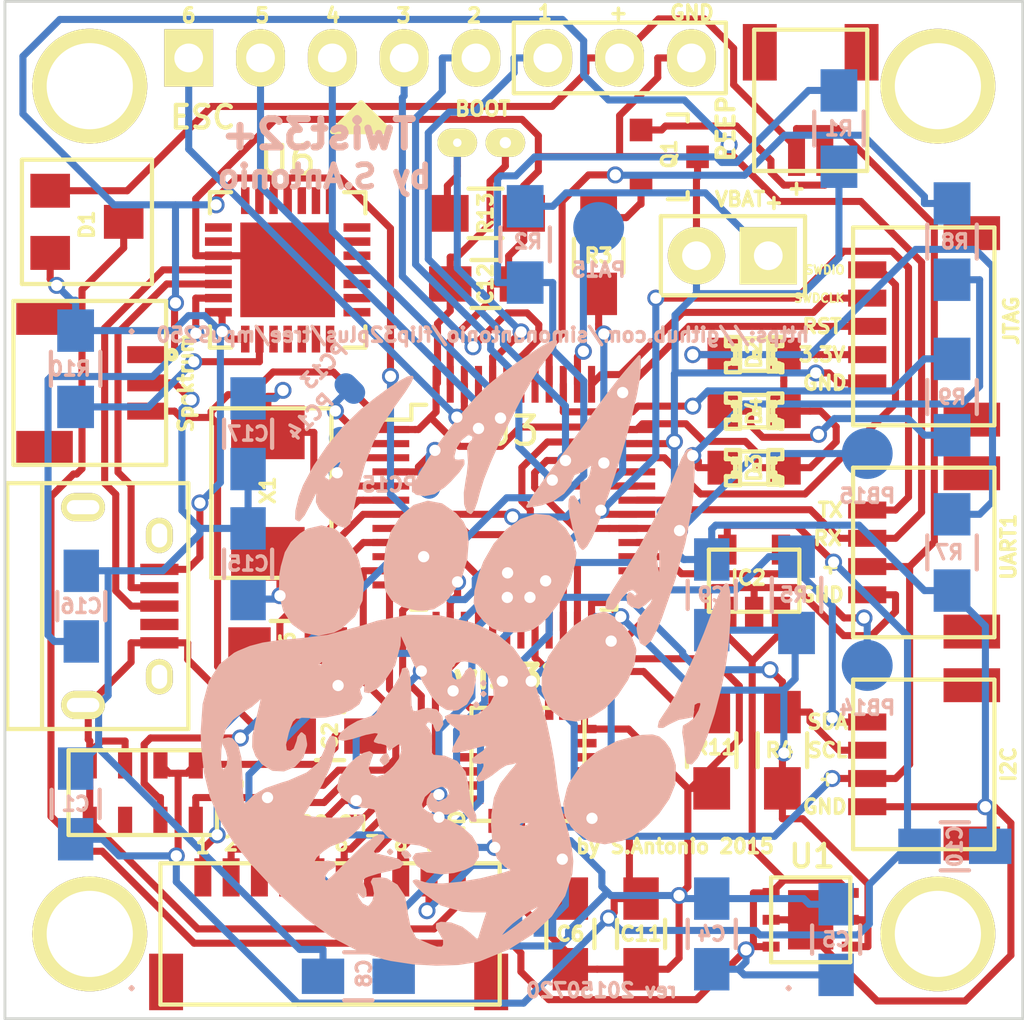
<source format=kicad_pcb>
(kicad_pcb (version 20171130) (host pcbnew "(5.1.12)-1")
  (layers (0 F.Cu signal) (31 B.Cu signal) (34 B.Paste user hide) (35 F.Paste user hide) (36 B.SilkS user hide) (37 F.SilkS user hide) (38 B.Mask user hide) (39 F.Mask user hide) (44 Edge.Cuts user))
  (net 0 "")
  (net 1 /VCC_SEN)
  (net 2 GND)
  (net 3 /TO_REGS)
  (net 4 N-0000031)
  (net 5 VCC)
  (net 6 /OSC_OUT)
  (net 7 N-0000036)
  (net 8 /OSC_IN)
  (net 9 /VBUS)
  (net 10 N-0000017)
  (net 11 N-0000018)
  (net 12 N-0000019)
  (net 13 /VCC_IN)
  (net 14 N-0000076)
  (net 15 N-0000072)
  (net 16 N-0000075)
  (net 17 N-0000080)
  (net 18 N-0000024)
  (net 19 N-0000033)
  (net 20 N-0000092)
  (net 21 /PWM1)
  (net 22 /PWM2)
  (net 23 /PWM3)
  (net 24 /PWM4)
  (net 25 /PWM5)
  (net 26 /PWM6)
  (net 27 N-0000091)
  (net 28 /RC_CH1)
  (net 29 /RC_CH2)
  (net 30 /RC_CH3)
  (net 31 /RC_CH4)
  (net 32 /RC_CH5)
  (net 33 /RC_CH6)
  (net 34 /RC_CH7)
  (net 35 /RC_CH8)
  (net 36 /TX0)
  (net 37 /RX0)
  (net 38 /SDA)
  (net 39 /SCL)
  (net 40 /UU1)
  (net 41 /UU2)
  (net 42 /UU3)
  (net 43 /UU4)
  (net 44 /UU5)
  (net 45 /UU7)
  (net 46 /UU8)
  (net 47 /SWDIO)
  (net 48 /SWDCLK)
  (net 49 /NRST)
  (net 50 /BOOT0)
  (net 51 N-0000090)
  (net 52 /POWER_ADC)
  (net 53 /LED0)
  (net 54 /LED1)
  (net 55 N-0000016)
  (net 56 /BOOT1)
  (net 57 N-0000025)
  (net 58 N-0000020)
  (net 59 N-0000028)
  (net 60 N-0000029)
  (net 61 N-0000030)
  (net 62 /MPU_INT)
  (net 63 N-0000050)
  (net 64 N-0000068)
  (net 65 N-0000069)
  (net 66 N-0000070)
  (net 67 N-0000051)
  (net 68 N-0000034)
  (net 69 /ACC_INT2)
  (net 70 /MAG_RDY)
  (net 71 N-0000055)
  (net 72 N-0000053)
  (net 73 N-0000043)
  (net 74 N-0000042)
  (net 75 N-000002)
  (net 76 N-0000041)
  (net 77 N-0000035)
  (net 78 N-000003)
  (net 79 N-000004)
  (net 80 N-000005)
  (net 81 N-000006)
  (net 82 N-000007)
  (net 83 N-000008)
  (net 84 N-000009)
  (net 85 N-0000010)
  (net 86 N-000001)
  (net 87 N-0000011)
  (net 88 N-0000040)
  (net 89 N-0000039)
  (net 90 N-0000014)
  (net 91 N-0000015)
  (module Connect:1pin (layer B.Cu) (at 140.2 141.7 45)
    (fp_text reference PC13 (at -0.070711 -1.202082 45) (layer B.SilkS) (effects (font (size 0.5 0.5) (thickness 0.125)) (justify mirror)))
    (fp_text value UU5 hide)
    (pad 1 smd oval (at 0 0 45) (size 0.8 1.2) (layers B.Cu B.Paste B.Mask) (net 42 /UU3))
  )
  (module Connect:1pin (layer B.Cu) (at 140 143.6 45)
    (fp_text reference PC14 (at -0.212132 -1.484924 45) (layer B.SilkS) (effects (font (size 0.5 0.5) (thickness 0.125)) (justify mirror)))
    (fp_text value UU5 hide)
    (pad 1 smd oval (at 0 0 45) (size 0.8 1.2) (layers B.Cu B.Paste B.Mask) (net 43 /UU4))
  )
  (module Connect:1pin (layer B.Cu) (at 143 145)
    (fp_text reference PC15 (at -1.4 0.1) (layer B.SilkS) (effects (font (size 0.5 0.5) (thickness 0.125)) (justify mirror)))
    (fp_text value UU5 hide)
    (pad 1 smd oval (at 0 0) (size 0.8 1.2) (layers B.Cu B.Paste B.Mask) (net 44 /UU5))
  )
  (module Pin_Headers:Pin_Header_Straight_1x08 (layer F.Cu) (at 134.5 130 90)
    (fp_text reference ESC (at -2.1 0.5 180) (layer F.SilkS) (effects (font (size 0.8 0.8))))
    (fp_text value "ESC OUT")
    (pad 1 thru_hole rect (at 0 0 90) (size 2.032 1.7272) (drill 1.016) (layers *.Cu *.Mask F.SilkS) (net 26 /PWM6))
    (pad 2 thru_hole oval (at 0 2.54 90) (size 2.032 1.7272) (drill 1.016) (layers *.Cu *.Mask F.SilkS) (net 25 /PWM5))
    (pad 3 thru_hole oval (at 0 5.08 90) (size 2.032 1.7272) (drill 1.016) (layers *.Cu *.Mask F.SilkS) (net 24 /PWM4))
    (pad 4 thru_hole oval (at 0 7.62 90) (size 2.032 1.7272) (drill 1.016) (layers *.Cu *.Mask F.SilkS) (net 23 /PWM3))
    (pad 5 thru_hole oval (at 0 10.16 90) (size 2.032 1.7272) (drill 1.016) (layers *.Cu *.Mask F.SilkS) (net 22 /PWM2))
    (pad 6 thru_hole oval (at 0 12.7 90) (size 2.032 1.7272) (drill 1.016) (layers *.Cu *.Mask F.SilkS) (net 21 /PWM1))
    (pad 7 thru_hole oval (at 0 15.24 90) (size 2.032 1.7272) (drill 1.016) (layers *.Cu *.Mask F.SilkS) (net 13 /VCC_IN))
    (pad 8 thru_hole oval (at 0 17.78 90) (size 2.032 1.7272) (drill 1.016) (layers *.Cu *.Mask F.SilkS) (net 2 GND))
  )
  (module Pin_Headers:Pin_Header_Straight_1x02 (layer F.Cu) (at 156 133.5 90)
    (fp_text reference BEEP (at 1 -2.5 270) (layer F.SilkS) (effects (font (size 0.6 0.6))))
    (fp_text value BEEPER hide)
    (pad 1 smd rect (at 0 0 90) (size 1.35 0.6) (layers F.Cu F.Paste F.Mask) (net 13 /VCC_IN))
    (pad 2 smd rect (at 0 1 90) (size 1.35 0.6) (layers F.Cu F.Paste F.Mask) (net 27 N-0000091))
    (pad "" smd rect (at 3.7 -1.3 90) (size 2 1.2) (layers F.Cu F.Paste F.Mask))
    (pad "" smd rect (at 3.7 2.3 90) (size 2 1.2) (layers F.Cu F.Paste F.Mask))
  )
  (module Pin_Headers:Pin_Header_Straight_1x04 (layer F.Cu) (at 158.5 153.5)
    (fp_text reference I2C (at 5 1.5 90) (layer F.SilkS) (effects (font (size 0.5 0.5) (thickness 0.125))))
    (fp_text value I2C)
    (pad 1 smd rect (at 0 0) (size 1.35 0.6) (layers F.Cu F.Paste F.Mask) (net 38 /SDA))
    (pad 2 smd rect (at 0 1) (size 1.35 0.6) (layers F.Cu F.Paste F.Mask) (net 39 /SCL))
    (pad 3 smd rect (at 0 2) (size 1.35 0.6) (layers F.Cu F.Paste F.Mask) (net 13 /VCC_IN))
    (pad 4 smd rect (at 0 3) (size 1.35 0.6) (layers F.Cu F.Paste F.Mask) (net 2 GND))
    (pad "" smd rect (at 3.7 -1.3) (size 2 1.2) (layers F.Cu F.Paste F.Mask))
    (pad "" smd rect (at 3.7 4.3) (size 2 1.2) (layers F.Cu F.Paste F.Mask))
  )
  (module Pin_Headers:Pin_Header_Straight_1x04 (layer F.Cu) (at 158.5 146)
    (fp_text reference UART1 (at 5 1.3 90) (layer F.SilkS) (effects (font (size 0.5 0.5) (thickness 0.125))))
    (fp_text value "UART 1")
    (pad 1 smd rect (at 0 0) (size 1.35 0.6) (layers F.Cu F.Paste F.Mask) (net 36 /TX0))
    (pad 2 smd rect (at 0 1) (size 1.35 0.6) (layers F.Cu F.Paste F.Mask) (net 37 /RX0))
    (pad 3 smd rect (at 0 2) (size 1.35 0.6) (layers F.Cu F.Paste F.Mask) (net 13 /VCC_IN))
    (pad 4 smd rect (at 0 3) (size 1.35 0.6) (layers F.Cu F.Paste F.Mask) (net 2 GND))
    (pad "" smd rect (at 3.7 -1.3) (size 2 1.2) (layers F.Cu F.Paste F.Mask))
    (pad "" smd rect (at 3.7 4.3) (size 2 1.2) (layers F.Cu F.Paste F.Mask))
  )
  (module Pin_Headers:Pin_Header_Straight_1x05 (layer F.Cu) (at 158.5 137.5)
    (fp_text reference JTAG (at 5.1 1.8 90) (layer F.SilkS) (effects (font (size 0.5 0.5) (thickness 0.125))))
    (fp_text value JTAG)
    (pad 1 smd rect (at 0 0) (size 1.35 0.6) (layers F.Cu F.Paste F.Mask) (net 47 /SWDIO))
    (pad 2 smd rect (at 0 1) (size 1.35 0.6) (layers F.Cu F.Paste F.Mask) (net 48 /SWDCLK))
    (pad 3 smd rect (at 0 2) (size 1.35 0.6) (layers F.Cu F.Paste F.Mask) (net 49 /NRST))
    (pad 4 smd rect (at 0 3) (size 1.35 0.6) (layers F.Cu F.Paste F.Mask) (net 5 VCC))
    (pad 5 smd rect (at 0 4) (size 1.35 0.6) (layers F.Cu F.Paste F.Mask) (net 2 GND))
    (pad "" smd rect (at 3.7 -1.3) (size 2 1.2) (layers F.Cu F.Paste F.Mask))
    (pad "" smd rect (at 3.7 5.3) (size 2 1.2) (layers F.Cu F.Paste F.Mask))
  )
  (module Pin_Headers:Pin_Header_Straight_1x03 (layer F.Cu) (at 133 141.5)
    (fp_text reference Spektrum (at 1.4 0 90) (layer F.SilkS) (effects (font (size 0.5 0.5) (thickness 0.125))))
    (fp_text value "Spektrum Satellite Receiver")
    (pad 1 smd rect (at 0 -1) (size 1.35 0.6) (layers F.Cu F.Paste F.Mask) (net 37 /RX0))
    (pad 2 smd rect (at 0 0) (size 1.35 0.6) (layers F.Cu F.Paste F.Mask) (net 2 GND))
    (pad 3 smd rect (at 0 1) (size 1.35 0.6) (layers F.Cu F.Paste F.Mask) (net 5 VCC))
    (pad 5 smd rect (at -3.6 -2.3) (size 2 1.2) (layers F.Cu F.Paste F.Mask))
    (pad 4 smd rect (at -3.6 2.3) (size 2 1.2) (layers F.Cu F.Paste F.Mask))
  )
  (module Pin_Headers:Pin_Header_Straight_1x10 (layer F.Cu) (at 135 159)
    (fp_text reference RC_CH (at 4.6 -1.9 180) (layer F.SilkS) (effects (font (size 0.5 0.5) (thickness 0.125))))
    (fp_text value "RECV CHANNELS")
    (pad 1 smd rect (at 0 0) (size 0.6 1.35) (layers F.Cu F.Paste F.Mask) (net 28 /RC_CH1))
    (pad 2 smd rect (at 1 0) (size 0.6 1.35) (layers F.Cu F.Paste F.Mask) (net 29 /RC_CH2))
    (pad 3 smd rect (at 2 0) (size 0.6 1.35) (layers F.Cu F.Paste F.Mask) (net 30 /RC_CH3))
    (pad 4 smd rect (at 3 0) (size 0.6 1.35) (layers F.Cu F.Paste F.Mask) (net 31 /RC_CH4))
    (pad 5 smd rect (at 4 0) (size 0.6 1.35) (layers F.Cu F.Paste F.Mask) (net 32 /RC_CH5))
    (pad 6 smd rect (at 5 0) (size 0.6 1.35) (layers F.Cu F.Paste F.Mask) (net 33 /RC_CH6))
    (pad 7 smd rect (at 6 0) (size 0.6 1.35) (layers F.Cu F.Paste F.Mask) (net 34 /RC_CH7))
    (pad 8 smd rect (at 7 0) (size 0.6 1.35) (layers F.Cu F.Paste F.Mask) (net 35 /RC_CH8))
    (pad 9 smd rect (at 8 0) (size 0.6 1.35) (layers F.Cu F.Paste F.Mask) (net 13 /VCC_IN))
    (pad 10 smd rect (at 9 0) (size 0.6 1.35) (layers F.Cu F.Paste F.Mask) (net 2 GND))
    (pad "" smd rect (at 10.2 3.7) (size 1.2 2) (layers F.Cu F.Paste F.Mask))
    (pad "" smd rect (at -1.3 3.7) (size 1.2 2) (layers F.Cu F.Paste F.Mask))
  )
  (module Housings_DFN_QFN:QFN-28-1EP_5x5mm_Pitch0.5mm (layer F.Cu) (at 138 137.5)
    (fp_text reference U6 (at 0 -3.875) (layer F.SilkS))
    (fp_text value CP2102)
    (pad 1 smd rect (at -2.45 -1.5) (size 0.95 0.299) (layers F.Cu F.Paste F.Mask) (net 73 N-0000043))
    (pad 2 smd rect (at -2.45 -1) (size 0.95 0.299) (layers F.Cu F.Paste F.Mask) (net 74 N-0000042))
    (pad 3 smd rect (at -2.45 -0.5) (size 0.95 0.299) (layers F.Cu F.Paste F.Mask) (net 2 GND))
    (pad 4 smd rect (at -2.45 0) (size 0.95 0.299) (layers F.Cu F.Paste F.Mask) (net 11 N-0000018))
    (pad 5 smd rect (at -2.45 0.5) (size 0.95 0.299) (layers F.Cu F.Paste F.Mask) (net 10 N-0000017))
    (pad 6 smd rect (at -2.45 1) (size 0.95 0.299) (layers F.Cu F.Paste F.Mask) (net 7 N-0000036))
    (pad 7 smd rect (at -2.45 1.5) (size 0.95 0.299) (layers F.Cu F.Paste F.Mask) (net 9 /VBUS))
    (pad 8 smd rect (at -1.5 2.45 90) (size 0.95 0.299) (layers F.Cu F.Paste F.Mask) (net 9 /VBUS))
    (pad 9 smd rect (at -1 2.45 90) (size 0.95 0.299) (layers F.Cu F.Paste F.Mask) (net 55 N-0000016))
    (pad 10 smd rect (at -0.5 2.45 90) (size 0.95 0.299) (layers F.Cu F.Paste F.Mask) (net 75 N-000002))
    (pad 11 smd rect (at 0 2.45 90) (size 0.95 0.299) (layers F.Cu F.Paste F.Mask) (net 76 N-0000041))
    (pad 12 smd rect (at 0.5 2.45 90) (size 0.95 0.299) (layers F.Cu F.Paste F.Mask) (net 77 N-0000035))
    (pad 13 smd rect (at 1 2.45 90) (size 0.95 0.299) (layers F.Cu F.Paste F.Mask) (net 78 N-000003))
    (pad 14 smd rect (at 1.5 2.45 90) (size 0.95 0.299) (layers F.Cu F.Paste F.Mask) (net 79 N-000004))
    (pad 15 smd rect (at 2.45 1.5) (size 0.95 0.299) (layers F.Cu F.Paste F.Mask) (net 80 N-000005))
    (pad 16 smd rect (at 2.45 1) (size 0.95 0.299) (layers F.Cu F.Paste F.Mask) (net 81 N-000006))
    (pad 17 smd rect (at 2.45 0.5) (size 0.95 0.299) (layers F.Cu F.Paste F.Mask) (net 82 N-000007))
    (pad 18 smd rect (at 2.45 0) (size 0.95 0.299) (layers F.Cu F.Paste F.Mask) (net 83 N-000008))
    (pad 19 smd rect (at 2.45 -0.5) (size 0.95 0.299) (layers F.Cu F.Paste F.Mask) (net 84 N-000009))
    (pad 20 smd rect (at 2.45 -1) (size 0.95 0.299) (layers F.Cu F.Paste F.Mask) (net 85 N-0000010))
    (pad 21 smd rect (at 2.45 -1.5) (size 0.95 0.299) (layers F.Cu F.Paste F.Mask) (net 86 N-000001))
    (pad 22 smd rect (at 1.5 -2.45 90) (size 0.95 0.299) (layers F.Cu F.Paste F.Mask) (net 87 N-0000011))
    (pad 23 smd rect (at 1 -2.45 90) (size 0.95 0.299) (layers F.Cu F.Paste F.Mask) (net 88 N-0000040))
    (pad 24 smd rect (at 0.5 -2.45 90) (size 0.95 0.299) (layers F.Cu F.Paste F.Mask) (net 89 N-0000039))
    (pad 25 smd rect (at 0 -2.45 90) (size 0.95 0.299) (layers F.Cu F.Paste F.Mask) (net 36 /TX0))
    (pad 26 smd rect (at -0.5 -2.45 90) (size 0.95 0.299) (layers F.Cu F.Paste F.Mask) (net 37 /RX0))
    (pad 27 smd rect (at -1 -2.45 90) (size 0.95 0.299) (layers F.Cu F.Paste F.Mask) (net 90 N-0000014))
    (pad 28 smd rect (at -1.5 -2.45 90) (size 0.95 0.299) (layers F.Cu F.Paste F.Mask) (net 91 N-0000015))
    (pad 29 smd rect (at 0 0) (size 3.35 3.35) (layers F.Cu F.Paste F.Mask) (net 2 GND))
  )
  (module Housings_DFN_QFN:QFN-24-1EP_3x3mm_Pitch0.4mm (layer F.Cu) (at 146.5 155)
    (fp_text reference U2 (at 0 -0.9) (layer F.SilkS) (effects (font (size 0.5 0.5) (thickness 0.125))))
    (fp_text value MPU-9250)
    (pad 1 smd rect (at -2 -1.25) (size 0.85 0.299) (layers F.Cu F.Paste F.Mask))
    (pad 2 smd rect (at -2 -0.75) (size 0.85 0.299) (layers F.Cu F.Paste F.Mask) (net 57 N-0000025))
    (pad 3 smd rect (at -2 -0.25) (size 0.85 0.299) (layers F.Cu F.Paste F.Mask))
    (pad 4 smd rect (at -2 0.25) (size 0.85 0.299) (layers F.Cu F.Paste F.Mask) (net 58 N-0000020))
    (pad 5 smd rect (at -2 0.75) (size 0.85 0.299) (layers F.Cu F.Paste F.Mask) (net 59 N-0000028))
    (pad 6 smd rect (at -2 1.25) (size 0.85 0.299) (layers F.Cu F.Paste F.Mask) (net 60 N-0000029))
    (pad 7 smd rect (at -1.25 2 90) (size 0.85 0.299) (layers F.Cu F.Paste F.Mask) (net 61 N-0000030))
    (pad 8 smd rect (at -0.75 2 90) (size 0.85 0.299) (layers F.Cu F.Paste F.Mask) (net 5 VCC))
    (pad 9 smd rect (at -0.25 2 90) (size 0.85 0.299) (layers F.Cu F.Paste F.Mask) (net 2 GND))
    (pad 10 smd rect (at 0.25 2 90) (size 0.85 0.299) (layers F.Cu F.Paste F.Mask) (net 4 N-0000031))
    (pad 11 smd rect (at 0.75 2 90) (size 0.85 0.299) (layers F.Cu F.Paste F.Mask) (net 19 N-0000033))
    (pad 12 smd rect (at 1.25 2 90) (size 0.85 0.299) (layers F.Cu F.Paste F.Mask) (net 62 /MPU_INT))
    (pad 13 smd rect (at 2 1.25) (size 0.85 0.299) (layers F.Cu F.Paste F.Mask) (net 1 /VCC_SEN))
    (pad 14 smd rect (at 2 0.75) (size 0.85 0.299) (layers F.Cu F.Paste F.Mask) (net 63 N-0000050))
    (pad 15 smd rect (at 2 0.25) (size 0.85 0.299) (layers F.Cu F.Paste F.Mask) (net 64 N-0000068))
    (pad 16 smd rect (at 2 -0.25) (size 0.85 0.299) (layers F.Cu F.Paste F.Mask) (net 65 N-0000069))
    (pad 17 smd rect (at 2 -0.75) (size 0.85 0.299) (layers F.Cu F.Paste F.Mask) (net 66 N-0000070))
    (pad 18 smd rect (at 2 -1.25) (size 0.85 0.299) (layers F.Cu F.Paste F.Mask) (net 2 GND))
    (pad 19 smd rect (at 1.25 -2 90) (size 0.85 0.299) (layers F.Cu F.Paste F.Mask) (net 67 N-0000051))
    (pad 20 smd rect (at 0.75 -2 90) (size 0.85 0.299) (layers F.Cu F.Paste F.Mask) (net 2 GND))
    (pad 21 smd rect (at 0.25 -2 90) (size 0.85 0.299) (layers F.Cu F.Paste F.Mask) (net 68 N-0000034))
    (pad 22 smd rect (at -0.25 -2 90) (size 0.85 0.299) (layers F.Cu F.Paste F.Mask) (net 5 VCC))
    (pad 23 smd rect (at -0.75 -2 90) (size 0.85 0.299) (layers F.Cu F.Paste F.Mask) (net 39 /SCL))
    (pad 24 smd rect (at -1.25 -2 90) (size 0.85 0.299) (layers F.Cu F.Paste F.Mask) (net 38 /SDA))
  )
  (module Connect:1pin (layer F.Cu) (at 131 161)
    (fp_text reference MNT4 hide)
    (fp_text value 1pin hide)
    (pad 1 thru_hole circle (at 0 0) (size 4.064 4.064) (drill 3.048) (layers *.Cu *.Mask F.SilkS))
  )
  (module Socket_Strips:Socket_Strip_Straight_1x02 (layer F.Cu) (at 155 137 180)
    (fp_text reference VBAT (at 1 2) (layer F.SilkS) (effects (font (size 0.5 0.5) (thickness 0.125))))
    (fp_text value VBAT hide)
    (pad 1 thru_hole rect (at 0 0 180) (size 2.032 2.032) (drill 1.016) (layers *.Cu *.Mask F.SilkS) (net 20 N-0000092))
    (pad 2 thru_hole oval (at 2.54 0 180) (size 2.032 2.032) (drill 1.016) (layers *.Cu *.Mask F.SilkS) (net 2 GND))
  )
  (module Pin_Headers:Pin_Header_Straight_1x02 (layer F.Cu) (at 144 133 90)
    (fp_text reference BOOT (at 1.2 0.9 180) (layer F.SilkS) (effects (font (size 0.5 0.5) (thickness 0.125))))
    (fp_text value BOOT hide)
    (pad 1 thru_hole oval (at 0 0 90) (size 1 1.4) (drill 0.3) (layers *.Cu *.Mask F.SilkS) (net 50 /BOOT0))
    (pad 2 thru_hole oval (at 0 1.7 90) (size 1 1.4) (drill 0.4) (layers *.Cu *.Mask F.SilkS) (net 5 VCC))
  )
  (module Oddities:NetTie-I_Connected (layer B.Cu) (at 146.5 160.7 180)
    (fp_text reference FSYNC-MPU hide)
    (fp_text value MPU-JMP)
    (fp_line (start 0.4 -0.1) (end -0.3 -0.1) (layer B.Cu) (width 0.15))
    (fp_line (start 0.4 0) (end -0.3 0) (layer B.Cu) (width 0.15))
    (fp_line (start 0.4 0.1) (end -0.3 0.1) (layer B.Cu) (width 0.15))
    (fp_line (start 0.4 0.1) (end -0.3 0.1) (layer B.Cu) (width 0.15))
    (fp_line (start 0.4 0) (end -0.3 0) (layer B.Cu) (width 0.15))
    (pad 1 smd rect (at -0.6 0 180) (size 0.8 0.8) (layers B.Cu B.Paste B.Mask) (net 19 N-0000033))
    (pad 2 smd rect (at 0.6 0 180) (size 0.8 0.8) (layers B.Cu B.Paste B.Mask) (net 2 GND))
  )
  (module Oddities:NetTie-I_Connected (layer B.Cu) (at 146.5 159.4)
    (fp_text reference JP1 hide)
    (fp_text value MPU-JMP)
    (fp_line (start -0.4 0) (end 0.4 0) (layer B.Cu) (width 0.15))
    (fp_line (start -0.4 -0.1) (end 0.4 -0.1) (layer B.Cu) (width 0.15))
    (fp_line (start -0.4 0) (end 0.4 0) (layer B.Cu) (width 0.15))
    (pad 1 smd rect (at -0.6 0) (size 0.8 0.8) (layers B.Cu B.Paste B.Mask) (net 18 N-0000024))
    (pad 2 smd rect (at 0.6 0) (size 0.8 0.8) (layers B.Cu B.Paste B.Mask) (net 2 GND))
  )
  (module Connect:1pin (layer F.Cu) (at 161 161)
    (fp_text reference MNT3 hide)
    (fp_text value 1pin hide)
    (pad 1 thru_hole circle (at 0 0) (size 4.064 4.064) (drill 3.048) (layers *.Cu *.Mask F.SilkS))
  )
  (module Connect:1pin (layer F.Cu) (at 131 131)
    (fp_text reference MNT1 hide)
    (fp_text value 1pin hide)
    (pad 1 thru_hole circle (at 0 0) (size 4.064 4.064) (drill 3.048) (layers *.Cu *.Mask F.SilkS))
  )
  (module Connect:1pin (layer F.Cu) (at 161 131)
    (fp_text reference MNT2 hide)
    (fp_text value 1pin hide)
    (pad 1 thru_hole circle (at 0 0) (size 4.064 4.064) (drill 3.048) (layers *.Cu *.Mask F.SilkS))
  )
  (module Connect:1pin (layer B.Cu) (at 158.5 144)
    (fp_text reference PB15 (at 0 1.5) (layer B.SilkS) (effects (font (size 0.5 0.5) (thickness 0.125)) (justify mirror)))
    (fp_text value TP)
    (pad 1 smd circle (at 0 0) (size 1.8 1.8) (layers B.Cu B.Paste B.Mask) (net 46 /UU8))
  )
  (module Connect:1pin (layer B.Cu) (at 158.5 151.5)
    (fp_text reference PB14 (at 0 1.5) (layer B.SilkS) (effects (font (size 0.5 0.5) (thickness 0.125)) (justify mirror)))
    (fp_text value TP)
    (pad 1 smd circle (at 0 0) (size 1.8 1.8) (layers B.Cu B.Paste B.Mask) (net 45 /UU7))
  )
  (module Connect:1pin (layer B.Cu) (at 149 136)
    (fp_text reference PA15 (at 0 1.5) (layer B.SilkS) (effects (font (size 0.5 0.5) (thickness 0.125)) (justify mirror)))
    (fp_text value TP)
    (pad 1 smd circle (at 0 0) (size 1.8 1.8) (layers B.Cu B.Paste B.Mask) (net 41 /UU2))
  )
  (module Housings_SOIC:SOIC-8_3.9x4.9mm_Pitch1.27mm (layer F.Cu) (at 133.5 156 270)
    (fp_text reference U5 (at 0 -2.6 270) (layer F.SilkS) (effects (font (size 0.6 0.6))))
    (fp_text value MS5611-01BA)
    (pad 1 smd rect (at -1 -1.25 270) (size 1 0.5) (layers F.Cu F.Paste F.Mask) (net 1 /VCC_SEN))
    (pad 2 smd rect (at -1 0 270) (size 1 0.5) (layers F.Cu F.Paste F.Mask) (net 1 /VCC_SEN))
    (pad 3 smd rect (at -1 1.25 270) (size 1 0.5) (layers F.Cu F.Paste F.Mask) (net 2 GND))
    (pad 4 smd rect (at -1 2.5 270) (size 1 0.5) (layers F.Cu F.Paste F.Mask) (net 2 GND))
    (pad 5 smd rect (at 1 2.5 270) (size 1 0.5) (layers F.Cu F.Paste F.Mask) (net 2 GND))
    (pad 6 smd rect (at 1 1.25 270) (size 1 0.5) (layers F.Cu F.Paste F.Mask) (net 72 N-0000053))
    (pad 7 smd rect (at 1 0 270) (size 1 0.5) (layers F.Cu F.Paste F.Mask) (net 38 /SDA))
    (pad 8 smd rect (at 1 -1.25 270) (size 1 0.5) (layers F.Cu F.Paste F.Mask) (net 39 /SCL))
  )
  (module Transistors_SMD:sc70-5 (layer F.Cu) (at 156.5 160.5 270)
    (fp_text reference U1 (at -2.25 -0.05) (layer F.SilkS) (effects (font (size 0.8 0.8))))
    (fp_text value LP38691)
    (pad 1 smd rect (at -0.95 1.4 270) (size 0.35 0.6) (layers F.Cu F.Paste F.Mask) (net 3 /TO_REGS))
    (pad 3 smd rect (at 0.95 1.4 270) (size 0.35 0.6) (layers F.Cu F.Paste F.Mask) (net 3 /TO_REGS))
    (pad 2 smd rect (at 0 1.4 270) (size 0.35 0.6) (layers F.Cu F.Paste F.Mask) (net 2 GND))
    (pad 4 smd rect (at 0.95 -1.4 270) (size 0.35 0.6) (layers F.Cu F.Paste F.Mask) (net 5 VCC))
    (pad 5 smd rect (at 0 -1.4 270) (size 0.35 0.6) (layers F.Cu F.Paste F.Mask) (net 5 VCC))
    (pad 6 smd rect (at -0.95 -1.4 270) (size 0.35 0.6) (layers F.Cu F.Paste F.Mask) (net 3 /TO_REGS))
    (pad 7 smd rect (at 0 0 270) (size 2.1 1.6) (layers F.Cu F.Paste F.Mask) (net 2 GND))
  )
  (module Housings_SOT-23_SOT-143_TSOT-6:SOT-23-5 (layer F.Cu) (at 154.5 148.5 90)
    (fp_text reference IC2 (at 0.1 -0.2 180) (layer F.SilkS) (effects (font (size 0.5 0.5) (thickness 0.125))))
    (fp_text value MIC5205)
    (pad 1 smd rect (at -1.1 -0.95 90) (size 1.06 0.65) (layers F.Cu F.Paste F.Mask) (net 3 /TO_REGS))
    (pad 2 smd rect (at -1.1 0 90) (size 1.06 0.65) (layers F.Cu F.Paste F.Mask) (net 2 GND))
    (pad 3 smd rect (at -1.1 0.95 90) (size 1.06 0.65) (layers F.Cu F.Paste F.Mask) (net 3 /TO_REGS))
    (pad 4 smd rect (at 1.1 0.95 90) (size 1.06 0.65) (layers F.Cu F.Paste F.Mask) (net 17 N-0000080))
    (pad 5 smd rect (at 1.1 -0.95 90) (size 1.06 0.65) (layers F.Cu F.Paste F.Mask) (net 1 /VCC_SEN))
  )
  (module Connect:GS3 (layer F.Cu) (at 130.9 135.8)
    (fp_text reference D1 (at 0 0.1 90) (layer F.SilkS) (effects (font (size 0.5 0.5) (thickness 0.125))))
    (fp_text value BAV23C)
    (pad 1 smd rect (at -1.3 -1.1) (size 1.4 1.2) (layers F.Cu F.Paste F.Mask) (net 13 /VCC_IN))
    (pad 2 smd rect (at -1.3 1.1) (size 1.4 1.2) (layers F.Cu F.Paste F.Mask) (net 9 /VBUS))
    (pad 3 smd rect (at 1.3 0) (size 1.4 1.2) (layers F.Cu F.Paste F.Mask) (net 3 /TO_REGS))
  )
  (module Crystals_Oscillators_SMD:Q_49U3HMS (layer F.Cu) (at 137.3 145.4 90)
    (fp_text reference X1 (at 0.1 0 90) (layer F.SilkS) (effects (font (size 0.5 0.5) (thickness 0.125))))
    (fp_text value 8MHZ)
    (pad 1 smd rect (at -2.15 0 90) (size 1.9 2.6) (layers F.Cu F.Paste F.Mask) (net 6 /OSC_OUT))
    (pad 2 smd rect (at 2.15 0 90) (size 1.9 2.6) (layers F.Cu F.Paste F.Mask) (net 8 /OSC_IN))
  )
  (module Capacitors_SMD:C_0805_HandSoldering (layer B.Cu) (at 130.5 156.4 90)
    (fp_text reference C1 (at 0 0 180) (layer B.SilkS) (effects (font (size 0.5 0.5) (thickness 0.125)) (justify mirror)))
    (fp_text value 0.1uF hide)
    (pad 1 smd rect (at -1.25 0 90) (size 1.5 1.25) (layers B.Cu B.Paste B.Mask) (net 1 /VCC_SEN))
    (pad 2 smd rect (at 1.25 0 90) (size 1.5 1.25) (layers B.Cu B.Paste B.Mask) (net 2 GND))
  )
  (module Capacitors_SMD:C_0805_HandSoldering (layer F.Cu) (at 139.5 154 180)
    (fp_text reference C2 (at 0 0 90) (layer F.SilkS) (effects (font (size 0.5 0.5) (thickness 0.125))))
    (fp_text value 0.1uF)
    (pad 1 smd rect (at -1.25 0 180) (size 1.5 1.25) (layers F.Cu F.Paste F.Mask) (net 1 /VCC_SEN))
    (pad 2 smd rect (at 1.25 0 180) (size 1.5 1.25) (layers F.Cu F.Paste F.Mask) (net 2 GND))
  )
  (module Capacitors_SMD:C_0805_HandSoldering (layer B.Cu) (at 153 161 90)
    (fp_text reference C4 (at 0 0 180) (layer B.SilkS) (effects (font (size 0.5 0.5) (thickness 0.125)) (justify mirror)))
    (fp_text value 0.1uF)
    (pad 1 smd rect (at -1.25 0 90) (size 1.5 1.25) (layers B.Cu B.Paste B.Mask) (net 3 /TO_REGS))
    (pad 2 smd rect (at 1.25 0 90) (size 1.5 1.25) (layers B.Cu B.Paste B.Mask) (net 2 GND))
  )
  (module Capacitors_SMD:C_0805_HandSoldering (layer B.Cu) (at 157.4 161.2 90)
    (fp_text reference C5 (at 0 0 180) (layer B.SilkS) (effects (font (size 0.5 0.5) (thickness 0.125)) (justify mirror)))
    (fp_text value 0.1uF hide)
    (pad 1 smd rect (at -1.25 0 90) (size 1.5 1.25) (layers B.Cu B.Paste B.Mask) (net 3 /TO_REGS))
    (pad 2 smd rect (at 1.25 0 90) (size 1.5 1.25) (layers B.Cu B.Paste B.Mask) (net 2 GND))
  )
  (module Capacitors_SMD:C_0805_HandSoldering (layer F.Cu) (at 148 161 270)
    (fp_text reference C6 (at 0 0) (layer F.SilkS) (effects (font (size 0.5 0.5) (thickness 0.125))))
    (fp_text value 0.1uF hide)
    (pad 1 smd rect (at -1.25 0 270) (size 1.5 1.25) (layers F.Cu F.Paste F.Mask) (net 4 N-0000031))
    (pad 2 smd rect (at 1.25 0 270) (size 1.5 1.25) (layers F.Cu F.Paste F.Mask) (net 2 GND))
  )
  (module Capacitors_SMD:C_0805_HandSoldering (layer B.Cu) (at 140.5 162.5 180)
    (fp_text reference C8 (at -0.2 0.1 90) (layer B.SilkS) (effects (font (size 0.5 0.5) (thickness 0.125)) (justify mirror)))
    (fp_text value 10uF hide)
    (pad 1 smd rect (at -1.25 0 180) (size 1.5 1.25) (layers B.Cu B.Paste B.Mask) (net 5 VCC))
    (pad 2 smd rect (at 1.25 0 180) (size 1.5 1.25) (layers B.Cu B.Paste B.Mask) (net 2 GND))
  )
  (module Capacitors_SMD:C_0805_HandSoldering (layer B.Cu) (at 153 149 90)
    (fp_text reference C9 (at 0 0 180) (layer B.SilkS) (effects (font (size 0.5 0.5) (thickness 0.125)) (justify mirror)))
    (fp_text value 0.1uF hide)
    (pad 1 smd rect (at -1.25 0 90) (size 1.5 1.25) (layers B.Cu B.Paste B.Mask) (net 5 VCC))
    (pad 2 smd rect (at 1.25 0 90) (size 1.5 1.25) (layers B.Cu B.Paste B.Mask) (net 2 GND))
  )
  (module Capacitors_SMD:C_0805_HandSoldering (layer B.Cu) (at 161.6 157.9)
    (fp_text reference C10 (at 0 0 270) (layer B.SilkS) (effects (font (size 0.5 0.5) (thickness 0.125)) (justify mirror)))
    (fp_text value C hide)
    (pad 1 smd rect (at -1.25 0) (size 1.5 1.25) (layers B.Cu B.Paste B.Mask) (net 1 /VCC_SEN))
    (pad 2 smd rect (at 1.25 0) (size 1.5 1.25) (layers B.Cu B.Paste B.Mask) (net 2 GND))
  )
  (module Capacitors_SMD:C_0805_HandSoldering (layer F.Cu) (at 150.5 161 270)
    (fp_text reference C11 (at 0 0 180) (layer F.SilkS) (effects (font (size 0.5 0.5) (thickness 0.125))))
    (fp_text value C hide)
    (pad 1 smd rect (at -1.25 0 270) (size 1.5 1.25) (layers F.Cu F.Paste F.Mask) (net 1 /VCC_SEN))
    (pad 2 smd rect (at 1.25 0 270) (size 1.5 1.25) (layers F.Cu F.Paste F.Mask) (net 2 GND))
  )
  (module Capacitors_SMD:C_0805_HandSoldering (layer F.Cu) (at 145 138)
    (fp_text reference C12 (at 0 0 270) (layer F.SilkS) (effects (font (size 0.5 0.5) (thickness 0.125))))
    (fp_text value 0.1uF hide)
    (pad 1 smd rect (at -1.25 0) (size 1.5 1.25) (layers F.Cu F.Paste F.Mask) (net 5 VCC))
    (pad 2 smd rect (at 1.25 0) (size 1.5 1.25) (layers F.Cu F.Paste F.Mask) (net 2 GND))
  )
  (module Capacitors_SMD:C_0805_HandSoldering (layer B.Cu) (at 136.6 147.9 90)
    (fp_text reference C15 (at 0 0) (layer B.SilkS) (effects (font (size 0.5 0.5) (thickness 0.125)) (justify mirror)))
    (fp_text value C)
    (pad 1 smd rect (at -1.25 0 90) (size 1.5 1.25) (layers B.Cu B.Paste B.Mask) (net 6 /OSC_OUT))
    (pad 2 smd rect (at 1.25 0 90) (size 1.5 1.25) (layers B.Cu B.Paste B.Mask) (net 2 GND))
  )
  (module Capacitors_SMD:C_0805_HandSoldering (layer B.Cu) (at 130.7 149.4 90)
    (fp_text reference C16 (at 0 0 180) (layer B.SilkS) (effects (font (size 0.5 0.5) (thickness 0.125)) (justify mirror)))
    (fp_text value 0.1uF hide)
    (pad 1 smd rect (at -1.25 0 90) (size 1.5 1.25) (layers B.Cu B.Paste B.Mask) (net 7 N-0000036))
    (pad 2 smd rect (at 1.25 0 90) (size 1.5 1.25) (layers B.Cu B.Paste B.Mask) (net 2 GND))
  )
  (module Capacitors_SMD:C_0805_HandSoldering (layer B.Cu) (at 136.6 143.3 270)
    (fp_text reference C17 (at 0 0 180) (layer B.SilkS) (effects (font (size 0.5 0.5) (thickness 0.125)) (justify mirror)))
    (fp_text value C)
    (pad 1 smd rect (at -1.25 0 270) (size 1.5 1.25) (layers B.Cu B.Paste B.Mask) (net 8 /OSC_IN))
    (pad 2 smd rect (at 1.25 0 270) (size 1.5 1.25) (layers B.Cu B.Paste B.Mask) (net 2 GND))
  )
  (module Connect:USB_Micro-B (layer F.Cu) (at 131.9 149.4 270)
    (fp_text reference CON1 hide)
    (fp_text value USB)
    (pad 1 smd rect (at -1.3009 -1.56254) (size 1.35 0.4) (layers F.Cu F.Paste F.Mask) (net 9 /VBUS))
    (pad 2 smd rect (at -0.6509 -1.56254) (size 1.35 0.4) (layers F.Cu F.Paste F.Mask) (net 10 N-0000017))
    (pad 3 smd rect (at -0.0009 -1.56254) (size 1.35 0.4) (layers F.Cu F.Paste F.Mask) (net 11 N-0000018))
    (pad 4 smd rect (at 0.6491 -1.56254) (size 1.35 0.4) (layers F.Cu F.Paste F.Mask) (net 12 N-0000019))
    (pad 5 smd rect (at 1.2991 -1.56254) (size 1.35 0.4) (layers F.Cu F.Paste F.Mask) (net 2 GND))
    (pad 6 thru_hole oval (at -2.5009 -1.56254) (size 0.95 1.25) (drill oval 0.55 0.85) (layers *.Cu *.Mask F.SilkS))
    (pad 6 thru_hole oval (at 2.4991 -1.56254) (size 0.95 1.25) (drill oval 0.55 0.85) (layers *.Cu *.Mask F.SilkS))
    (pad 6 thru_hole oval (at -3.5009 1.13746) (size 1.55 1) (drill oval 1.15 0.5) (layers *.Cu *.Mask F.SilkS))
    (pad 6 thru_hole oval (at 3.4991 1.13746) (size 1.55 1) (drill oval 1.15 0.5) (layers *.Cu *.Mask F.SilkS) (net 2 GND))
  )
  (module LEDs:LED-0805 (layer F.Cu) (at 154.5 140.5 180)
    (fp_text reference D2 (at 0 0 270) (layer F.SilkS) (effects (font (size 0.5 0.5) (thickness 0.125))))
    (fp_text value B)
    (pad 2 smd rect (at 1.04902 0) (size 1.19888 1.19888) (layers F.Cu F.Paste F.Mask) (net 14 N-0000076))
    (pad 1 smd rect (at -1.04902 0) (size 1.19888 1.19888) (layers F.Cu F.Paste F.Mask) (net 5 VCC))
  )
  (module LEDs:LED-0805 (layer F.Cu) (at 154.5 144.5 180)
    (fp_text reference D3 (at 0 0 270) (layer F.SilkS) (effects (font (size 0.5 0.5) (thickness 0.125))))
    (fp_text value R)
    (pad 2 smd rect (at 1.04902 0) (size 1.19888 1.19888) (layers F.Cu F.Paste F.Mask) (net 15 N-0000072))
    (pad 1 smd rect (at -1.04902 0) (size 1.19888 1.19888) (layers F.Cu F.Paste F.Mask) (net 5 VCC))
  )
  (module LEDs:LED-0805 (layer F.Cu) (at 154.5 142.5 180)
    (fp_text reference D4 (at 0 0 270) (layer F.SilkS) (effects (font (size 0.5 0.5) (thickness 0.125))))
    (fp_text value G)
    (pad 2 smd rect (at 1.04902 0) (size 1.19888 1.19888) (layers F.Cu F.Paste F.Mask) (net 16 N-0000075))
    (pad 1 smd rect (at -1.04902 0) (size 1.19888 1.19888) (layers F.Cu F.Paste F.Mask) (net 5 VCC))
  )
  (module Housings_SOT-23_SOT-143_TSOT-6:SOT-23 (layer F.Cu) (at 151.5 133.5 270)
    (fp_text reference Q1 (at -0.1 0 270) (layer F.SilkS) (effects (font (size 0.5 0.5) (thickness 0.125))))
    (fp_text value MMBT29)
    (pad 1 smd rect (at -0.95 1.00076 270) (size 0.8001 0.8001) (layers F.Cu F.Paste F.Mask) (net 27 N-0000091))
    (pad 2 smd rect (at 0.95 1.00076 270) (size 0.8001 0.8001) (layers F.Cu F.Paste F.Mask) (net 51 N-0000090))
    (pad 3 smd rect (at 0 -0.99822 270) (size 0.8001 0.8001) (layers F.Cu F.Paste F.Mask) (net 2 GND))
  )
  (module Resistors_SMD:R_0805_HandSoldering (layer B.Cu) (at 157.5 132.5 90)
    (fp_text reference R1 (at 0 0) (layer B.SilkS) (effects (font (size 0.5 0.5) (thickness 0.125)) (justify mirror)))
    (fp_text value 11K)
    (pad 1 smd rect (at -1.35 0 90) (size 1.5 1.3) (layers B.Cu B.Paste B.Mask) (net 2 GND))
    (pad 2 smd rect (at 1.35 0 90) (size 1.5 1.3) (layers B.Cu B.Paste B.Mask) (net 52 /POWER_ADC))
  )
  (module Resistors_SMD:R_0805_HandSoldering (layer B.Cu) (at 146.4 136.6 90)
    (fp_text reference R2 (at 0.1 0.1) (layer B.SilkS) (effects (font (size 0.5 0.5) (thickness 0.125)) (justify mirror)))
    (fp_text value 1K)
    (pad 1 smd rect (at -1.35 0 90) (size 1.5 1.3) (layers B.Cu B.Paste B.Mask) (net 52 /POWER_ADC))
    (pad 2 smd rect (at 1.35 0 90) (size 1.5 1.3) (layers B.Cu B.Paste B.Mask) (net 20 N-0000092))
  )
  (module Resistors_SMD:R_0805_HandSoldering (layer F.Cu) (at 149 137 90)
    (fp_text reference R3 (at 0 0) (layer F.SilkS) (effects (font (size 0.5 0.5) (thickness 0.125))))
    (fp_text value 100 hide)
    (pad 1 smd rect (at -1.35 0 90) (size 1.5 1.3) (layers F.Cu F.Paste F.Mask) (net 40 /UU1))
    (pad 2 smd rect (at 1.35 0 90) (size 1.5 1.3) (layers F.Cu F.Paste F.Mask) (net 51 N-0000090))
  )
  (module Resistors_SMD:R_0805_HandSoldering (layer F.Cu) (at 155.5 154.5 90)
    (fp_text reference R4 (at 0 -0.1 180) (layer F.SilkS) (effects (font (size 0.5 0.5) (thickness 0.125))))
    (fp_text value 1K hide)
    (pad 1 smd rect (at -1.35 0 90) (size 1.5 1.3) (layers F.Cu F.Paste F.Mask) (net 5 VCC))
    (pad 2 smd rect (at 1.35 0 90) (size 1.5 1.3) (layers F.Cu F.Paste F.Mask) (net 39 /SCL))
  )
  (module Resistors_SMD:R_0805_HandSoldering (layer B.Cu) (at 156 149 90)
    (fp_text reference R5 (at 0 -0.1) (layer B.SilkS) (effects (font (size 0.5 0.5) (thickness 0.125)) (justify mirror)))
    (fp_text value 1K hide)
    (pad 1 smd rect (at -1.35 0 90) (size 1.5 1.3) (layers B.Cu B.Paste B.Mask) (net 5 VCC))
    (pad 2 smd rect (at 1.35 0 90) (size 1.5 1.3) (layers B.Cu B.Paste B.Mask) (net 38 /SDA))
  )
  (module Resistors_SMD:R_0805_HandSoldering (layer F.Cu) (at 138 150.8 180)
    (fp_text reference R6 (at 0 0 270) (layer F.SilkS) (effects (font (size 0.5 0.5) (thickness 0.125))))
    (fp_text value 10k)
    (pad 1 smd rect (at -1.35 0 180) (size 1.5 1.3) (layers F.Cu F.Paste F.Mask) (net 5 VCC))
    (pad 2 smd rect (at 1.35 0 180) (size 1.5 1.3) (layers F.Cu F.Paste F.Mask) (net 49 /NRST))
  )
  (module Resistors_SMD:R_0805_HandSoldering (layer B.Cu) (at 161.5 147.5 270)
    (fp_text reference R7 (at 0 0.1) (layer B.SilkS) (effects (font (size 0.5 0.5) (thickness 0.125)) (justify mirror)))
    (fp_text value R)
    (pad 1 smd rect (at -1.35 0 270) (size 1.5 1.3) (layers B.Cu B.Paste B.Mask) (net 14 N-0000076))
    (pad 2 smd rect (at 1.35 0 270) (size 1.5 1.3) (layers B.Cu B.Paste B.Mask) (net 2 GND))
  )
  (module Resistors_SMD:R_0805_HandSoldering (layer B.Cu) (at 161.5 136.5 90)
    (fp_text reference R8 (at 0 0.1 180) (layer B.SilkS) (effects (font (size 0.5 0.5) (thickness 0.125)) (justify mirror)))
    (fp_text value R)
    (pad 1 smd rect (at -1.35 0 90) (size 1.5 1.3) (layers B.Cu B.Paste B.Mask) (net 15 N-0000072))
    (pad 2 smd rect (at 1.35 0 90) (size 1.5 1.3) (layers B.Cu B.Paste B.Mask) (net 53 /LED0))
  )
  (module Resistors_SMD:R_0805_HandSoldering (layer B.Cu) (at 161.5 142 90)
    (fp_text reference R9 (at 0 0 180) (layer B.SilkS) (effects (font (size 0.5 0.5) (thickness 0.125)) (justify mirror)))
    (fp_text value R)
    (pad 1 smd rect (at -1.35 0 90) (size 1.5 1.3) (layers B.Cu B.Paste B.Mask) (net 16 N-0000075))
    (pad 2 smd rect (at 1.35 0 90) (size 1.5 1.3) (layers B.Cu B.Paste B.Mask) (net 54 /LED1))
  )
  (module Resistors_SMD:R_0805_HandSoldering (layer B.Cu) (at 130.5 141 270)
    (fp_text reference R10 (at 0 0.2 180) (layer B.SilkS) (effects (font (size 0.5 0.5) (thickness 0.125)) (justify mirror)))
    (fp_text value 10k hide)
    (pad 1 smd rect (at -1.35 0 270) (size 1.5 1.3) (layers B.Cu B.Paste B.Mask) (net 9 /VBUS))
    (pad 2 smd rect (at 1.35 0 270) (size 1.5 1.3) (layers B.Cu B.Paste B.Mask) (net 55 N-0000016))
  )
  (module Resistors_SMD:R_0805_HandSoldering (layer F.Cu) (at 153 154.5 270)
    (fp_text reference R11 (at -0.1 -0.1) (layer F.SilkS) (effects (font (size 0.5 0.5) (thickness 0.125))))
    (fp_text value 1k hide)
    (pad 1 smd rect (at -1.35 0 270) (size 1.5 1.3) (layers F.Cu F.Paste F.Mask) (net 56 /BOOT1))
    (pad 2 smd rect (at 1.35 0 270) (size 1.5 1.3) (layers F.Cu F.Paste F.Mask) (net 2 GND))
  )
  (module Resistors_SMD:R_0805_HandSoldering (layer F.Cu) (at 145 135.5)
    (fp_text reference R13 (at 0 0 90) (layer F.SilkS) (effects (font (size 0.5 0.5) (thickness 0.125))))
    (fp_text value 1k hide)
    (pad 1 smd rect (at -1.35 0) (size 1.5 1.3) (layers F.Cu F.Paste F.Mask) (net 50 /BOOT0))
    (pad 2 smd rect (at 1.35 0) (size 1.5 1.3) (layers F.Cu F.Paste F.Mask) (net 2 GND))
  )
  (module Housings_QFP:LQFP-48_7x7mm_Pitch0.5mm (layer F.Cu) (at 146 145.9)
    (fp_text reference U3 (at -0.1 -2.7) (layer F.SilkS))
    (fp_text value STM32F103CB)
    (pad 1 smd rect (at -4.35 -2.75) (size 1.3 0.25) (layers F.Cu F.Paste F.Mask) (net 5 VCC))
    (pad 2 smd rect (at -4.35 -2.25) (size 1.3 0.25) (layers F.Cu F.Paste F.Mask) (net 42 /UU3))
    (pad 3 smd rect (at -4.35 -1.75) (size 1.3 0.25) (layers F.Cu F.Paste F.Mask) (net 43 /UU4))
    (pad 4 smd rect (at -4.35 -1.25) (size 1.3 0.25) (layers F.Cu F.Paste F.Mask) (net 44 /UU5))
    (pad 5 smd rect (at -4.35 -0.75) (size 1.3 0.25) (layers F.Cu F.Paste F.Mask) (net 8 /OSC_IN))
    (pad 6 smd rect (at -4.35 -0.25) (size 1.3 0.25) (layers F.Cu F.Paste F.Mask) (net 6 /OSC_OUT))
    (pad 7 smd rect (at -4.35 0.25) (size 1.3 0.25) (layers F.Cu F.Paste F.Mask) (net 49 /NRST))
    (pad 8 smd rect (at -4.35 0.75) (size 1.3 0.25) (layers F.Cu F.Paste F.Mask) (net 2 GND))
    (pad 9 smd rect (at -4.35 1.25) (size 1.3 0.25) (layers F.Cu F.Paste F.Mask) (net 5 VCC))
    (pad 10 smd rect (at -4.35 1.75) (size 1.3 0.25) (layers F.Cu F.Paste F.Mask) (net 28 /RC_CH1))
    (pad 11 smd rect (at -4.35 2.25) (size 1.3 0.25) (layers F.Cu F.Paste F.Mask) (net 29 /RC_CH2))
    (pad 12 smd rect (at -4.35 2.75) (size 1.3 0.25) (layers F.Cu F.Paste F.Mask) (net 30 /RC_CH3))
    (pad 13 smd rect (at -2.75 4.35 90) (size 1.3 0.25) (layers F.Cu F.Paste F.Mask) (net 31 /RC_CH4))
    (pad 14 smd rect (at -2.25 4.35 90) (size 1.3 0.25) (layers F.Cu F.Paste F.Mask) (net 52 /POWER_ADC))
    (pad 15 smd rect (at -1.75 4.35 90) (size 1.3 0.25) (layers F.Cu F.Paste F.Mask) (net 69 /ACC_INT2))
    (pad 16 smd rect (at -1.25 4.35 90) (size 1.3 0.25) (layers F.Cu F.Paste F.Mask) (net 32 /RC_CH5))
    (pad 17 smd rect (at -0.75 4.35 90) (size 1.3 0.25) (layers F.Cu F.Paste F.Mask) (net 33 /RC_CH6))
    (pad 18 smd rect (at -0.25 4.35 90) (size 1.3 0.25) (layers F.Cu F.Paste F.Mask) (net 34 /RC_CH7))
    (pad 19 smd rect (at 0.25 4.35 90) (size 1.3 0.25) (layers F.Cu F.Paste F.Mask) (net 35 /RC_CH8))
    (pad 20 smd rect (at 0.75 4.35 90) (size 1.3 0.25) (layers F.Cu F.Paste F.Mask) (net 56 /BOOT1))
    (pad 21 smd rect (at 1.25 4.35 90) (size 1.3 0.25) (layers F.Cu F.Paste F.Mask) (net 39 /SCL))
    (pad 22 smd rect (at 1.75 4.35 90) (size 1.3 0.25) (layers F.Cu F.Paste F.Mask) (net 38 /SDA))
    (pad 23 smd rect (at 2.25 4.35 90) (size 1.3 0.25) (layers F.Cu F.Paste F.Mask) (net 2 GND))
    (pad 24 smd rect (at 2.75 4.35 90) (size 1.3 0.25) (layers F.Cu F.Paste F.Mask) (net 5 VCC))
    (pad 25 smd rect (at 4.35 2.75) (size 1.3 0.25) (layers F.Cu F.Paste F.Mask) (net 70 /MAG_RDY))
    (pad 26 smd rect (at 4.35 2.25) (size 1.3 0.25) (layers F.Cu F.Paste F.Mask) (net 62 /MPU_INT))
    (pad 27 smd rect (at 4.35 1.75) (size 1.3 0.25) (layers F.Cu F.Paste F.Mask) (net 45 /UU7))
    (pad 28 smd rect (at 4.35 1.25) (size 1.3 0.25) (layers F.Cu F.Paste F.Mask) (net 46 /UU8))
    (pad 29 smd rect (at 4.35 0.75) (size 1.3 0.25) (layers F.Cu F.Paste F.Mask) (net 21 /PWM1))
    (pad 30 smd rect (at 4.35 0.25) (size 1.3 0.25) (layers F.Cu F.Paste F.Mask) (net 36 /TX0))
    (pad 31 smd rect (at 4.35 -0.25) (size 1.3 0.25) (layers F.Cu F.Paste F.Mask) (net 37 /RX0))
    (pad 32 smd rect (at 4.35 -0.75) (size 1.3 0.25) (layers F.Cu F.Paste F.Mask) (net 22 /PWM2))
    (pad 33 smd rect (at 4.35 -1.25) (size 1.3 0.25) (layers F.Cu F.Paste F.Mask) (net 40 /UU1))
    (pad 34 smd rect (at 4.35 -1.75) (size 1.3 0.25) (layers F.Cu F.Paste F.Mask) (net 47 /SWDIO))
    (pad 35 smd rect (at 4.35 -2.25) (size 1.3 0.25) (layers F.Cu F.Paste F.Mask) (net 2 GND))
    (pad 36 smd rect (at 4.35 -2.75) (size 1.3 0.25) (layers F.Cu F.Paste F.Mask) (net 5 VCC))
    (pad 37 smd rect (at 2.75 -4.35 90) (size 1.3 0.25) (layers F.Cu F.Paste F.Mask) (net 48 /SWDCLK))
    (pad 38 smd rect (at 2.25 -4.35 90) (size 1.3 0.25) (layers F.Cu F.Paste F.Mask) (net 41 /UU2))
    (pad 39 smd rect (at 1.75 -4.35 90) (size 1.3 0.25) (layers F.Cu F.Paste F.Mask) (net 54 /LED1))
    (pad 40 smd rect (at 1.25 -4.35 90) (size 1.3 0.25) (layers F.Cu F.Paste F.Mask) (net 53 /LED0))
    (pad 41 smd rect (at 0.75 -4.35 90) (size 1.3 0.25) (layers F.Cu F.Paste F.Mask) (net 71 N-0000055))
    (pad 42 smd rect (at 0.25 -4.35 90) (size 1.3 0.25) (layers F.Cu F.Paste F.Mask) (net 23 /PWM3))
    (pad 43 smd rect (at -0.25 -4.35 90) (size 1.3 0.25) (layers F.Cu F.Paste F.Mask) (net 24 /PWM4))
    (pad 44 smd rect (at -0.75 -4.35 90) (size 1.3 0.25) (layers F.Cu F.Paste F.Mask) (net 50 /BOOT0))
    (pad 45 smd rect (at -1.25 -4.35 90) (size 1.3 0.25) (layers F.Cu F.Paste F.Mask) (net 25 /PWM5))
    (pad 46 smd rect (at -1.75 -4.35 90) (size 1.3 0.25) (layers F.Cu F.Paste F.Mask) (net 26 /PWM6))
    (pad 47 smd rect (at -2.25 -4.35 90) (size 1.3 0.25) (layers F.Cu F.Paste F.Mask) (net 2 GND))
    (pad 48 smd rect (at -2.75 -4.35 90) (size 1.3 0.25) (layers F.Cu F.Paste F.Mask) (net 5 VCC))
  )
  (module temp:bear-paw-med (layer B.Cu) (at 144.1 151.3 180)
    (fp_text reference G*** hide)
    (fp_text value LOGO hide)
  )
  (gr_line (start 140.5 132) (end 140.5 132.2) (angle 90) (layer F.SilkS) (width 0.2))
  (gr_line (start 141 132.5) (end 140.5 132) (angle 90) (layer F.SilkS) (width 0.2))
  (gr_line (start 141.3 132.5) (end 141 132.5) (angle 90) (layer F.SilkS) (width 0.2))
  (gr_line (start 140.6 131.8) (end 141.3 132.5) (angle 90) (layer F.SilkS) (width 0.2))
  (gr_line (start 139.8 132.6) (end 140.6 131.8) (angle 90) (layer F.SilkS) (width 0.2))
  (gr_line (start 139.6 132.6) (end 139.8 132.6) (angle 90) (layer F.SilkS) (width 0.2))
  (gr_line (start 140 132.4) (end 139.8 132.6) (angle 90) (layer F.SilkS) (width 0.2))
  (gr_line (start 140.4 132.4) (end 140 132.4) (angle 90) (layer F.SilkS) (width 0.2))
  (gr_line (start 140.8 132.4) (end 140.4 132.4) (angle 90) (layer F.SilkS) (width 0.2))
  (gr_line (start 140.5 132.1) (end 140.8 132.4) (angle 90) (layer F.SilkS) (width 0.2))
  (gr_line (start 140.1 132.5) (end 140.5 132.1) (angle 90) (layer F.SilkS) (width 0.2))
  (gr_line (start 141.2 132.5) (end 140.1 132.5) (angle 90) (layer F.SilkS) (width 0.2))
  (gr_line (start 140.5 131.8) (end 141.2 132.5) (angle 90) (layer F.SilkS) (width 0.2))
  (gr_line (start 139.7 132.6) (end 140.5 131.8) (angle 90) (layer F.SilkS) (width 0.2))
  (gr_line (start 141.6 132.6) (end 139.7 132.6) (angle 90) (layer F.SilkS) (width 0.2))
  (gr_line (start 140.6 131.6) (end 141.6 132.6) (angle 90) (layer F.SilkS) (width 0.2))
  (gr_line (start 139.6 132.6) (end 140.6 131.6) (angle 90) (layer F.SilkS) (width 0.2))
  (gr_line (start 128 164) (end 128 128) (angle 90) (layer Edge.Cuts) (width 0.1))
  (gr_line (start 164 164) (end 128 164) (angle 90) (layer Edge.Cuts) (width 0.1))
  (gr_line (start 164 128) (end 164 164) (angle 90) (layer Edge.Cuts) (width 0.1))
  (gr_line (start 128 128) (end 164 128) (angle 90) (layer Edge.Cuts) (width 0.1))
  (gr_text "by S.Antonio 2015" (at 151.7 157.9) (layer F.SilkS) (effects (font (size 0.5 0.5) (thickness 0.125))))
  (gr_text Twist32+ (at 146 151.9) (layer F.SilkS) (effects (font (size 0.8 0.8) (thickness 0.2))))
  (gr_text https://github.com/simonantonio/flip32plus/tree/mpu9250 (at 144.9 139.8) (layer B.SilkS) (effects (font (size 0.5 0.5) (thickness 0.125)) (justify mirror)))
  (gr_text "rev 20150720" (at 149.1 163) (layer B.SilkS) (effects (font (size 0.5 0.5) (thickness 0.125)) (justify mirror)))
  (gr_text "by S.Antonio" (at 139.3 134.2) (layer B.SilkS) (effects (font (size 0.8 0.8) (thickness 0.2)) (justify mirror)))
  (gr_text Twist32+ (at 139.1 132.7) (layer B.SilkS) (effects (font (size 1 1) (thickness 0.25)) (justify mirror)))
  (gr_text + (at 156 134.6) (layer F.SilkS) (effects (font (size 0.5 0.5) (thickness 0.125))))
  (gr_text + (at 155.2 135.1) (layer F.SilkS) (effects (font (size 0.5 0.5) (thickness 0.125))))
  (gr_text SWDIO (at 157 137.5) (layer F.SilkS) (effects (font (size 0.3 0.3) (thickness 0.075))))
  (gr_text 3.3V (at 156.9 140.5) (layer F.SilkS) (effects (font (size 0.5 0.5) (thickness 0.125))))
  (gr_text GND (at 157 141.5) (layer F.SilkS) (effects (font (size 0.5 0.5) (thickness 0.125))))
  (gr_text SWDCLK (at 156.8 138.5) (layer F.SilkS) (effects (font (size 0.3 0.3) (thickness 0.075))))
  (gr_text RST (at 156.9 139.5) (layer F.SilkS) (effects (font (size 0.5 0.5) (thickness 0.125))))
  (gr_text RX (at 157.1 147) (layer F.SilkS) (effects (font (size 0.5 0.5) (thickness 0.125))))
  (gr_text TX (at 157.2 146) (layer F.SilkS) (effects (font (size 0.5 0.5) (thickness 0.125))))
  (gr_text + (at 157.2 148) (layer F.SilkS) (effects (font (size 0.5 0.5) (thickness 0.125))))
  (gr_text GND (at 156.9 149) (layer F.SilkS) (effects (font (size 0.5 0.5) (thickness 0.125))))
  (gr_text GND (at 157 156.5) (layer F.SilkS) (effects (font (size 0.5 0.5) (thickness 0.125))))
  (gr_text + (at 157.1 155.5) (layer F.SilkS) (effects (font (size 0.5 0.5) (thickness 0.125))))
  (gr_text SDA (at 157.1 153.5) (layer F.SilkS) (effects (font (size 0.5 0.5) (thickness 0.125))))
  (gr_text 6 (at 139.9 157.8) (layer F.SilkS) (effects (font (size 0.5 0.5) (thickness 0.125))))
  (gr_text 5 (at 139 157.8) (layer F.SilkS) (effects (font (size 0.5 0.5) (thickness 0.125))))
  (gr_text GND (at 144 157.4 90) (layer F.SilkS) (effects (font (size 0.5 0.5) (thickness 0.125))))
  (gr_text 2 (at 136 157.8) (layer F.SilkS) (effects (font (size 0.5 0.5) (thickness 0.125))))
  (gr_text 1 (at 135 157.9) (layer F.SilkS) (effects (font (size 0.5 0.5) (thickness 0.125))))
  (gr_text 7 (at 141 157.8) (layer F.SilkS) (effects (font (size 0.5 0.5) (thickness 0.125))))
  (gr_text 8 (at 142 157.8) (layer F.SilkS) (effects (font (size 0.5 0.5) (thickness 0.125))))
  (gr_text + (at 143 157.8) (layer F.SilkS) (effects (font (size 0.5 0.5) (thickness 0.125))))
  (gr_text SCL (at 157.1 154.5) (layer F.SilkS) (effects (font (size 0.5 0.5) (thickness 0.125))))
  (gr_text 4 (at 137.9 157.8) (layer F.SilkS) (effects (font (size 0.5 0.5) (thickness 0.125))))
  (gr_text 3 (at 137 157.8) (layer F.SilkS) (effects (font (size 0.5 0.5) (thickness 0.125))))
  (gr_text GND (at 152.3 128.4) (layer F.SilkS) (effects (font (size 0.5 0.5) (thickness 0.125))))
  (gr_text + (at 149.7 128.4) (layer F.SilkS) (effects (font (size 0.5 0.5) (thickness 0.125))))
  (gr_text 4 (at 139.6 128.5) (layer F.SilkS) (effects (font (size 0.5 0.5) (thickness 0.125))))
  (gr_text 5 (at 137.1 128.5) (layer F.SilkS) (effects (font (size 0.5 0.5) (thickness 0.125))))
  (gr_text 6 (at 134.5 128.5) (layer F.SilkS) (effects (font (size 0.5 0.5) (thickness 0.125))))
  (gr_text 3 (at 142.1 128.5) (layer F.SilkS) (effects (font (size 0.5 0.5) (thickness 0.125))))
  (gr_text 2 (at 144.6 128.5) (layer F.SilkS) (effects (font (size 0.5 0.5) (thickness 0.125))))
  (gr_text 1 (at 147.1 128.4) (layer F.SilkS) (effects (font (size 0.5 0.5) (thickness 0.125))))
  (gr_circle (center 133.9 140.5) (end 134 140.6) (layer F.SilkS) (width 0.2))
  (via (at 157.3096 147.8421) (size 0.6) (layers F.Cu B.Cu) (net 1))
  (via (at 134.0612 158.2392) (size 0.6) (layers F.Cu B.Cu) (net 1))
  (via (at 149.3509 160.44) (size 0.6) (layers F.Cu B.Cu) (net 1))
  (segment (start 139.0851 155) (end 134.75 155) (width 0.25) (layer F.Cu) (net 1))
  (segment (start 139.6747 154.4104) (end 139.0851 155) (width 0.25) (layer F.Cu) (net 1))
  (segment (start 139.6747 154) (end 139.6747 154.4104) (width 0.25) (layer F.Cu) (net 1))
  (segment (start 140.75 154) (end 139.6747 154) (width 0.25) (layer F.Cu) (net 1))
  (segment (start 153.55 147.4) (end 153.55 146.5447) (width 0.25) (layer F.Cu) (net 1))
  (segment (start 156.0122 146.5447) (end 153.55 146.5447) (width 0.25) (layer F.Cu) (net 1))
  (segment (start 157.3096 147.8421) (end 156.0122 146.5447) (width 0.25) (layer F.Cu) (net 1))
  (segment (start 159.9251 150.4576) (end 157.3096 147.8421) (width 0.25) (layer B.Cu) (net 1))
  (segment (start 159.9251 157.9) (end 159.9251 150.4576) (width 0.25) (layer B.Cu) (net 1))
  (segment (start 160.35 157.9) (end 159.9251 157.9) (width 0.25) (layer B.Cu) (net 1))
  (segment (start 134.4352 155.3148) (end 134.125 155.3148) (width 0.25) (layer F.Cu) (net 1))
  (segment (start 134.75 155) (end 134.4352 155.3148) (width 0.25) (layer F.Cu) (net 1))
  (segment (start 133.8148 155.3148) (end 133.5 155) (width 0.25) (layer F.Cu) (net 1))
  (segment (start 134.125 155.3148) (end 133.8148 155.3148) (width 0.25) (layer F.Cu) (net 1))
  (segment (start 134.125 158.1754) (end 134.0612 158.2392) (width 0.25) (layer F.Cu) (net 1))
  (segment (start 134.125 155.3148) (end 134.125 158.1754) (width 0.25) (layer F.Cu) (net 1))
  (segment (start 132.0395 158.2392) (end 131.4503 157.65) (width 0.25) (layer B.Cu) (net 1))
  (segment (start 134.0612 158.2392) (end 132.0395 158.2392) (width 0.25) (layer B.Cu) (net 1))
  (segment (start 130.5 157.65) (end 131.4503 157.65) (width 0.25) (layer B.Cu) (net 1))
  (segment (start 146.3405 163.4504) (end 149.3509 160.44) (width 0.25) (layer B.Cu) (net 1))
  (segment (start 138.3525 163.4504) (end 146.3405 163.4504) (width 0.25) (layer B.Cu) (net 1))
  (segment (start 134.0612 159.1591) (end 138.3525 163.4504) (width 0.25) (layer B.Cu) (net 1))
  (segment (start 134.0612 158.2392) (end 134.0612 159.1591) (width 0.25) (layer B.Cu) (net 1))
  (segment (start 158.5754 159.2497) (end 159.9251 157.9) (width 0.25) (layer B.Cu) (net 1))
  (segment (start 158.5754 160.6464) (end 158.5754 159.2497) (width 0.25) (layer B.Cu) (net 1))
  (segment (start 158.1862 161.0356) (end 158.5754 160.6464) (width 0.25) (layer B.Cu) (net 1))
  (segment (start 154.6999 161.0356) (end 158.1862 161.0356) (width 0.25) (layer B.Cu) (net 1))
  (segment (start 154.5419 160.8776) (end 154.6999 161.0356) (width 0.25) (layer B.Cu) (net 1))
  (segment (start 149.7885 160.8776) (end 154.5419 160.8776) (width 0.25) (layer B.Cu) (net 1))
  (segment (start 149.3509 160.44) (end 149.7885 160.8776) (width 0.25) (layer B.Cu) (net 1))
  (segment (start 149.5497 160.2412) (end 149.3509 160.44) (width 0.25) (layer F.Cu) (net 1))
  (segment (start 149.5497 159.75) (end 149.5497 160.2412) (width 0.25) (layer F.Cu) (net 1))
  (segment (start 150.5 159.75) (end 150.0877 159.75) (width 0.25) (layer F.Cu) (net 1))
  (segment (start 150.0877 159.75) (end 149.5497 159.75) (width 0.25) (layer F.Cu) (net 1))
  (segment (start 148.5 156.25) (end 149.2503 156.25) (width 0.25) (layer F.Cu) (net 1))
  (segment (start 150.0877 157.0874) (end 149.2503 156.25) (width 0.25) (layer F.Cu) (net 1))
  (segment (start 150.0877 159.75) (end 150.0877 157.0874) (width 0.25) (layer F.Cu) (net 1))
  (via (at 134.5856 142.0987) (size 0.6) (layers F.Cu B.Cu) (net 2))
  (via (at 151.6798 143.5804) (size 0.6) (layers F.Cu B.Cu) (net 2))
  (via (at 156.6811 141.1484) (size 0.6) (layers F.Cu B.Cu) (net 2))
  (via (at 162.6803 156.5) (size 0.6) (layers F.Cu B.Cu) (net 2))
  (via (at 151.8457 159.6416) (size 0.6) (layers F.Cu B.Cu) (net 2))
  (segment (start 152.4982 133.5) (end 152.4982 134.2254) (width 0.25) (layer F.Cu) (net 2))
  (segment (start 152.46 137) (end 152.46 135.6587) (width 0.25) (layer F.Cu) (net 2))
  (segment (start 152.4982 133.5) (end 151.7729 133.5) (width 0.25) (layer F.Cu) (net 2))
  (segment (start 152.28 130) (end 151.0911 130) (width 0.25) (layer F.Cu) (net 2))
  (segment (start 130.7625 152.8991) (end 130.9467 152.8991) (width 0.25) (layer F.Cu) (net 2))
  (segment (start 137.5 137) (end 135.55 137) (width 0.25) (layer F.Cu) (net 2))
  (segment (start 138 137.5) (end 137.5 137) (width 0.25) (layer F.Cu) (net 2))
  (segment (start 136.6 144.55) (end 136.6 146.65) (width 0.25) (layer B.Cu) (net 2))
  (segment (start 134.4628 151.2881) (end 137.1747 154) (width 0.25) (layer F.Cu) (net 2))
  (segment (start 134.4628 150.6991) (end 134.4628 151.2881) (width 0.25) (layer F.Cu) (net 2))
  (segment (start 133.4625 150.6991) (end 134.4628 150.6991) (width 0.25) (layer F.Cu) (net 2))
  (segment (start 138.25 154) (end 137.1747 154) (width 0.25) (layer F.Cu) (net 2))
  (segment (start 131 155) (end 131 154.5873) (width 0.25) (layer F.Cu) (net 2))
  (segment (start 131 154.5873) (end 131 154.1747) (width 0.25) (layer F.Cu) (net 2))
  (segment (start 131.4126 154.1747) (end 132.25 154.1747) (width 0.25) (layer F.Cu) (net 2))
  (segment (start 131 154.5873) (end 131.4126 154.1747) (width 0.25) (layer F.Cu) (net 2))
  (segment (start 132.25 155) (end 132.25 154.1747) (width 0.25) (layer F.Cu) (net 2))
  (segment (start 131 155) (end 131 155.8253) (width 0.25) (layer F.Cu) (net 2))
  (segment (start 130.7625 152.8991) (end 131.3127 152.8991) (width 0.25) (layer B.Cu) (net 2))
  (segment (start 131.2191 154.4309) (end 131.3127 154.4309) (width 0.25) (layer B.Cu) (net 2))
  (segment (start 130.5 155.15) (end 131.2191 154.4309) (width 0.25) (layer B.Cu) (net 2))
  (segment (start 138.4315 161.5497) (end 139.25 161.5497) (width 0.25) (layer B.Cu) (net 2))
  (segment (start 131.3127 154.4309) (end 138.4315 161.5497) (width 0.25) (layer B.Cu) (net 2))
  (segment (start 130.7 148.15) (end 131.6503 148.15) (width 0.25) (layer B.Cu) (net 2))
  (segment (start 131.3127 154.4309) (end 131.3127 152.8991) (width 0.25) (layer B.Cu) (net 2))
  (segment (start 130.9467 154.1214) (end 130.9467 152.8991) (width 0.25) (layer F.Cu) (net 2))
  (segment (start 131 154.1747) (end 130.9467 154.1214) (width 0.25) (layer F.Cu) (net 2))
  (segment (start 132.4622 151.3836) (end 132.4622 150.6991) (width 0.25) (layer F.Cu) (net 2))
  (segment (start 130.9467 152.8991) (end 132.4622 151.3836) (width 0.25) (layer F.Cu) (net 2))
  (segment (start 133.4625 150.6991) (end 132.4622 150.6991) (width 0.25) (layer F.Cu) (net 2))
  (segment (start 139.25 162.5) (end 139.25 161.5497) (width 0.25) (layer B.Cu) (net 2))
  (segment (start 131 155.8253) (end 131 157) (width 0.25) (layer F.Cu) (net 2))
  (segment (start 143.75 140.0213) (end 143.75 141.55) (width 0.25) (layer F.Cu) (net 2))
  (segment (start 145.1747 138.5966) (end 143.75 140.0213) (width 0.25) (layer F.Cu) (net 2))
  (segment (start 145.1747 138) (end 145.1747 138.5966) (width 0.25) (layer F.Cu) (net 2))
  (segment (start 131.6503 152.5615) (end 131.6503 148.15) (width 0.25) (layer B.Cu) (net 2))
  (segment (start 131.3127 152.8991) (end 131.6503 152.5615) (width 0.25) (layer B.Cu) (net 2))
  (segment (start 136.6 146.65) (end 135.6497 146.65) (width 0.25) (layer B.Cu) (net 2))
  (segment (start 134.0003 141.5134) (end 134.0003 141.5) (width 0.25) (layer F.Cu) (net 2))
  (segment (start 134.5856 142.0987) (end 134.0003 141.5134) (width 0.25) (layer F.Cu) (net 2))
  (segment (start 133 141.5) (end 134.0003 141.5) (width 0.25) (layer F.Cu) (net 2))
  (segment (start 134.8955 146.65) (end 135.6497 146.65) (width 0.25) (layer B.Cu) (net 2))
  (segment (start 134.8955 146.8385) (end 134.8955 146.65) (width 0.25) (layer B.Cu) (net 2))
  (segment (start 133.584 148.15) (end 134.8955 146.8385) (width 0.25) (layer B.Cu) (net 2))
  (segment (start 131.6503 148.15) (end 133.584 148.15) (width 0.25) (layer B.Cu) (net 2))
  (segment (start 134.2601 142.4242) (end 134.5856 142.0987) (width 0.25) (layer B.Cu) (net 2))
  (segment (start 134.2601 146.0146) (end 134.2601 142.4242) (width 0.25) (layer B.Cu) (net 2))
  (segment (start 134.8955 146.65) (end 134.2601 146.0146) (width 0.25) (layer B.Cu) (net 2))
  (segment (start 149.7413 132.0417) (end 149.7413 133.4909) (width 0.25) (layer F.Cu) (net 2))
  (segment (start 151.0911 130.6919) (end 149.7413 132.0417) (width 0.25) (layer F.Cu) (net 2))
  (segment (start 151.0911 130) (end 151.0911 130.6919) (width 0.25) (layer F.Cu) (net 2))
  (segment (start 151.7638 133.4909) (end 151.7729 133.5) (width 0.25) (layer F.Cu) (net 2))
  (segment (start 149.7413 133.4909) (end 151.7638 133.4909) (width 0.25) (layer F.Cu) (net 2))
  (segment (start 146.35 135.5) (end 146.35 134.5247) (width 0.25) (layer F.Cu) (net 2))
  (segment (start 152.46 134.2636) (end 152.46 135.6587) (width 0.25) (layer F.Cu) (net 2))
  (segment (start 152.4982 134.2254) (end 152.46 134.2636) (width 0.25) (layer F.Cu) (net 2))
  (segment (start 146.25 138) (end 145.8166 138) (width 0.25) (layer F.Cu) (net 2))
  (segment (start 145.8166 138) (end 145.1747 138) (width 0.25) (layer F.Cu) (net 2))
  (segment (start 145.8166 137.0087) (end 146.35 136.4753) (width 0.25) (layer F.Cu) (net 2))
  (segment (start 145.8166 138) (end 145.8166 137.0087) (width 0.25) (layer F.Cu) (net 2))
  (segment (start 146.35 135.5) (end 146.35 136.4753) (width 0.25) (layer F.Cu) (net 2))
  (segment (start 150.0249 162.25) (end 148.9503 162.25) (width 0.25) (layer F.Cu) (net 2))
  (segment (start 135.55 137) (end 134.7497 137) (width 0.25) (layer F.Cu) (net 2))
  (segment (start 146.8669 133.4909) (end 149.7413 133.4909) (width 0.25) (layer F.Cu) (net 2))
  (segment (start 146.8669 134.0078) (end 146.8669 133.4909) (width 0.25) (layer F.Cu) (net 2))
  (segment (start 146.35 134.5247) (end 146.8669 134.0078) (width 0.25) (layer F.Cu) (net 2))
  (segment (start 134.7497 134.9825) (end 134.7497 137) (width 0.25) (layer F.Cu) (net 2))
  (segment (start 137.5576 132.1746) (end 134.7497 134.9825) (width 0.25) (layer F.Cu) (net 2))
  (segment (start 146.2892 132.1746) (end 137.5576 132.1746) (width 0.25) (layer F.Cu) (net 2))
  (segment (start 146.8669 132.7523) (end 146.2892 132.1746) (width 0.25) (layer F.Cu) (net 2))
  (segment (start 146.8669 133.4909) (end 146.8669 132.7523) (width 0.25) (layer F.Cu) (net 2))
  (segment (start 151.6102 143.65) (end 150.35 143.65) (width 0.25) (layer F.Cu) (net 2))
  (segment (start 151.6798 143.5804) (end 151.6102 143.65) (width 0.25) (layer F.Cu) (net 2))
  (segment (start 157.4 159.95) (end 156.4497 159.95) (width 0.25) (layer B.Cu) (net 2))
  (segment (start 153 147.75) (end 152.0497 147.75) (width 0.25) (layer B.Cu) (net 2))
  (segment (start 153 147.75) (end 153 146.6747) (width 0.25) (layer B.Cu) (net 2))
  (segment (start 153.141 146.5337) (end 153 146.6747) (width 0.25) (layer B.Cu) (net 2))
  (segment (start 158.2084 146.5337) (end 153.141 146.5337) (width 0.25) (layer B.Cu) (net 2))
  (segment (start 160.5247 148.85) (end 158.2084 146.5337) (width 0.25) (layer B.Cu) (net 2))
  (segment (start 152.0022 147.75) (end 152.0497 147.75) (width 0.25) (layer B.Cu) (net 2))
  (segment (start 151.1792 146.927) (end 152.0022 147.75) (width 0.25) (layer B.Cu) (net 2))
  (segment (start 151.1792 146.0552) (end 151.1792 146.927) (width 0.25) (layer B.Cu) (net 2))
  (segment (start 151.6798 145.5546) (end 151.1792 146.0552) (width 0.25) (layer B.Cu) (net 2))
  (segment (start 151.6798 143.5804) (end 151.6798 145.5546) (width 0.25) (layer B.Cu) (net 2))
  (segment (start 161.3501 148.85) (end 160.5247 148.85) (width 0.25) (layer B.Cu) (net 2))
  (segment (start 161.3501 148.85) (end 161.4254 148.85) (width 0.25) (layer B.Cu) (net 2))
  (segment (start 161.5 148.85) (end 161.4254 148.85) (width 0.25) (layer B.Cu) (net 2))
  (segment (start 156.2497 159.75) (end 156.4497 159.95) (width 0.25) (layer B.Cu) (net 2))
  (segment (start 153 159.75) (end 156.2497 159.75) (width 0.25) (layer B.Cu) (net 2))
  (segment (start 150.5 162.25) (end 150.0249 162.25) (width 0.25) (layer F.Cu) (net 2))
  (segment (start 158.5 141.5) (end 157.4997 141.5) (width 0.25) (layer F.Cu) (net 2))
  (segment (start 157.1481 141.1484) (end 156.6811 141.1484) (width 0.25) (layer F.Cu) (net 2))
  (segment (start 157.4997 141.5) (end 157.1481 141.1484) (width 0.25) (layer F.Cu) (net 2))
  (segment (start 158.5 156.5) (end 162.6803 156.5) (width 0.25) (layer F.Cu) (net 2))
  (segment (start 163.0033 156.5) (end 162.6803 156.5) (width 0.25) (layer F.Cu) (net 2))
  (segment (start 163.5819 157.0786) (end 163.0033 156.5) (width 0.25) (layer F.Cu) (net 2))
  (segment (start 163.5819 161.7567) (end 163.5819 157.0786) (width 0.25) (layer F.Cu) (net 2))
  (segment (start 161.9658 163.3728) (end 163.5819 161.7567) (width 0.25) (layer F.Cu) (net 2))
  (segment (start 158.8501 163.3728) (end 161.9658 163.3728) (width 0.25) (layer F.Cu) (net 2))
  (segment (start 156.5 161.0227) (end 158.8501 163.3728) (width 0.25) (layer F.Cu) (net 2))
  (segment (start 156.5 160.8374) (end 156.5 161.0227) (width 0.25) (layer F.Cu) (net 2))
  (segment (start 162.85 156.6697) (end 162.85 157.9) (width 0.25) (layer B.Cu) (net 2))
  (segment (start 162.6803 156.5) (end 162.85 156.6697) (width 0.25) (layer B.Cu) (net 2))
  (segment (start 162.6803 150.1049) (end 162.6803 156.5) (width 0.25) (layer B.Cu) (net 2))
  (segment (start 161.4254 148.85) (end 162.6803 150.1049) (width 0.25) (layer B.Cu) (net 2))
  (segment (start 150.5 162.25) (end 151.4503 162.25) (width 0.25) (layer F.Cu) (net 2))
  (segment (start 153 159.75) (end 152.0497 159.75) (width 0.25) (layer B.Cu) (net 2))
  (segment (start 151.7028 139.0985) (end 151.7028 141.1484) (width 0.25) (layer B.Cu) (net 2))
  (segment (start 152.46 138.3413) (end 151.7028 139.0985) (width 0.25) (layer B.Cu) (net 2))
  (segment (start 151.6798 141.1714) (end 151.7028 141.1484) (width 0.25) (layer B.Cu) (net 2))
  (segment (start 151.6798 143.5804) (end 151.6798 141.1714) (width 0.25) (layer B.Cu) (net 2))
  (segment (start 151.7028 141.1484) (end 156.6811 141.1484) (width 0.25) (layer B.Cu) (net 2))
  (segment (start 152.46 137) (end 152.46 138.2287) (width 0.25) (layer B.Cu) (net 2))
  (segment (start 152.46 138.2287) (end 152.46 138.3413) (width 0.25) (layer B.Cu) (net 2))
  (segment (start 157.5 137.0707) (end 157.5 133.85) (width 0.25) (layer B.Cu) (net 2))
  (segment (start 156.2294 138.3413) (end 157.5 137.0707) (width 0.25) (layer B.Cu) (net 2))
  (segment (start 152.46 138.3413) (end 156.2294 138.3413) (width 0.25) (layer B.Cu) (net 2))
  (segment (start 148 162.25) (end 148.4752 162.25) (width 0.25) (layer F.Cu) (net 2))
  (segment (start 148.4752 162.25) (end 148.9503 162.25) (width 0.25) (layer F.Cu) (net 2))
  (segment (start 144 159) (end 144 159.9142) (width 0.25) (layer F.Cu) (net 2))
  (segment (start 146.2255 157.7748) (end 146.25 157.7503) (width 0.25) (layer F.Cu) (net 2))
  (segment (start 146.2255 160.0003) (end 146.2255 157.7748) (width 0.25) (layer F.Cu) (net 2))
  (segment (start 148.4752 162.25) (end 146.2255 160.0003) (width 0.25) (layer F.Cu) (net 2))
  (segment (start 146.25 157) (end 146.25 157.7503) (width 0.25) (layer F.Cu) (net 2))
  (segment (start 144 159.9142) (end 144 160.0003) (width 0.25) (layer F.Cu) (net 2))
  (segment (start 146.2255 160.0003) (end 144 160.0003) (width 0.25) (layer F.Cu) (net 2))
  (segment (start 134.8231 160.8231) (end 131 157) (width 0.25) (layer F.Cu) (net 2))
  (segment (start 143.1772 160.8231) (end 134.8231 160.8231) (width 0.25) (layer F.Cu) (net 2))
  (segment (start 144 160.0003) (end 143.1772 160.8231) (width 0.25) (layer F.Cu) (net 2))
  (segment (start 148.2438 143.65) (end 150.35 143.65) (width 0.25) (layer F.Cu) (net 2))
  (segment (start 148.1857 143.5919) (end 148.2438 143.65) (width 0.25) (layer F.Cu) (net 2))
  (segment (start 147.1876 143.5919) (end 148.1857 143.5919) (width 0.25) (layer F.Cu) (net 2))
  (segment (start 146.2848 144.4947) (end 147.1876 143.5919) (width 0.25) (layer F.Cu) (net 2))
  (segment (start 146.2848 145.6889) (end 146.2848 144.4947) (width 0.25) (layer F.Cu) (net 2))
  (segment (start 146.5822 145.9863) (end 146.2848 145.6889) (width 0.25) (layer F.Cu) (net 2))
  (segment (start 146.5822 146.8707) (end 146.5822 145.9863) (width 0.25) (layer F.Cu) (net 2))
  (segment (start 144.3952 146.8707) (end 146.5822 146.8707) (width 0.25) (layer F.Cu) (net 2))
  (segment (start 144.1745 146.65) (end 144.3952 146.8707) (width 0.25) (layer F.Cu) (net 2))
  (segment (start 141.65 146.65) (end 144.1745 146.65) (width 0.25) (layer F.Cu) (net 2))
  (segment (start 151.8457 161.8546) (end 151.4503 162.25) (width 0.25) (layer F.Cu) (net 2))
  (segment (start 151.8457 159.6416) (end 151.8457 161.8546) (width 0.25) (layer F.Cu) (net 2))
  (segment (start 151.9413 159.6416) (end 151.8457 159.6416) (width 0.25) (layer B.Cu) (net 2))
  (segment (start 152.0497 159.75) (end 151.9413 159.6416) (width 0.25) (layer B.Cu) (net 2))
  (segment (start 147.1 159.4) (end 147.1 158.6747) (width 0.25) (layer B.Cu) (net 2))
  (segment (start 145.9 160.7) (end 145.9 161.4253) (width 0.25) (layer B.Cu) (net 2))
  (segment (start 147.6358 161.4253) (end 145.9 161.4253) (width 0.25) (layer B.Cu) (net 2))
  (segment (start 147.9363 161.1248) (end 147.6358 161.4253) (width 0.25) (layer B.Cu) (net 2))
  (segment (start 147.9363 160.8989) (end 147.9363 161.1248) (width 0.25) (layer B.Cu) (net 2))
  (segment (start 149.3131 159.5221) (end 147.9363 160.8989) (width 0.25) (layer B.Cu) (net 2))
  (segment (start 149.4325 159.6416) (end 149.3131 159.5221) (width 0.25) (layer B.Cu) (net 2))
  (segment (start 151.8457 159.6416) (end 149.4325 159.6416) (width 0.25) (layer B.Cu) (net 2))
  (segment (start 147.0282 158.6029) (end 147.1 158.6747) (width 0.25) (layer B.Cu) (net 2))
  (segment (start 147.0282 158.1528) (end 147.0282 158.6029) (width 0.25) (layer B.Cu) (net 2))
  (segment (start 147.4808 157.7002) (end 147.0282 158.1528) (width 0.25) (layer B.Cu) (net 2))
  (segment (start 147.9976 157.7002) (end 147.4808 157.7002) (width 0.25) (layer B.Cu) (net 2))
  (segment (start 149.1139 158.8165) (end 147.9976 157.7002) (width 0.25) (layer B.Cu) (net 2))
  (segment (start 149.1139 159.323) (end 149.1139 158.8165) (width 0.25) (layer B.Cu) (net 2))
  (segment (start 149.3131 159.5221) (end 149.1139 159.323) (width 0.25) (layer B.Cu) (net 2))
  (segment (start 154.5 149.6) (end 154.5 148.7447) (width 0.25) (layer F.Cu) (net 2))
  (segment (start 158.5 149) (end 159.5003 149) (width 0.25) (layer F.Cu) (net 2))
  (segment (start 148.5 152.7084) (end 148.5 153.75) (width 0.25) (layer F.Cu) (net 2))
  (segment (start 148.0413 152.2497) (end 148.5 152.7084) (width 0.25) (layer F.Cu) (net 2))
  (segment (start 147.25 152.2497) (end 148.0413 152.2497) (width 0.25) (layer F.Cu) (net 2))
  (segment (start 147.25 153) (end 147.25 152.2497) (width 0.25) (layer F.Cu) (net 2))
  (segment (start 148.25 148.0292) (end 148.25 150.25) (width 0.25) (layer F.Cu) (net 2))
  (segment (start 147.0915 146.8707) (end 148.25 148.0292) (width 0.25) (layer F.Cu) (net 2))
  (segment (start 146.5822 146.8707) (end 147.0915 146.8707) (width 0.25) (layer F.Cu) (net 2))
  (segment (start 152.1558 159.3315) (end 152.1558 155.85) (width 0.25) (layer F.Cu) (net 2))
  (segment (start 151.8457 159.6416) (end 152.1558 159.3315) (width 0.25) (layer F.Cu) (net 2))
  (segment (start 150.0558 153.75) (end 148.5 153.75) (width 0.25) (layer F.Cu) (net 2))
  (segment (start 152.1558 155.85) (end 150.0558 153.75) (width 0.25) (layer F.Cu) (net 2))
  (segment (start 155.9684 148.7447) (end 154.5 148.7447) (width 0.25) (layer F.Cu) (net 2))
  (segment (start 157.6681 150.4444) (end 155.9684 148.7447) (width 0.25) (layer F.Cu) (net 2))
  (segment (start 158.6521 150.4444) (end 157.6681 150.4444) (width 0.25) (layer F.Cu) (net 2))
  (segment (start 159.5003 149.5962) (end 158.6521 150.4444) (width 0.25) (layer F.Cu) (net 2))
  (segment (start 159.5003 149) (end 159.5003 149.5962) (width 0.25) (layer F.Cu) (net 2))
  (segment (start 148.25 150.25) (end 148.25 151.2253) (width 0.25) (layer F.Cu) (net 2))
  (segment (start 153 155.85) (end 152.2533 155.85) (width 0.25) (layer F.Cu) (net 2))
  (segment (start 152.2533 155.85) (end 152.1558 155.85) (width 0.25) (layer F.Cu) (net 2))
  (segment (start 152.8709 148.9245) (end 152.8709 151.1231) (width 0.25) (layer F.Cu) (net 2))
  (segment (start 153.0507 148.7447) (end 152.8709 148.9245) (width 0.25) (layer F.Cu) (net 2))
  (segment (start 154.5 148.7447) (end 153.0507 148.7447) (width 0.25) (layer F.Cu) (net 2))
  (segment (start 152.7303 151.2637) (end 152.8709 151.1231) (width 0.25) (layer F.Cu) (net 2))
  (segment (start 148.2884 151.2637) (end 152.7303 151.2637) (width 0.25) (layer F.Cu) (net 2))
  (segment (start 148.25 151.2253) (end 148.2884 151.2637) (width 0.25) (layer F.Cu) (net 2))
  (segment (start 153.9754 154.1279) (end 152.2533 155.85) (width 0.25) (layer F.Cu) (net 2))
  (segment (start 153.9754 152.2276) (end 153.9754 154.1279) (width 0.25) (layer F.Cu) (net 2))
  (segment (start 152.8709 151.1231) (end 153.9754 152.2276) (width 0.25) (layer F.Cu) (net 2))
  (segment (start 156.5 160.5) (end 156.5 160.6687) (width 0.25) (layer F.Cu) (net 2))
  (segment (start 156.5 160.6687) (end 156.5 160.8374) (width 0.25) (layer F.Cu) (net 2))
  (segment (start 155.894 160.6687) (end 155.7253 160.5) (width 0.25) (layer F.Cu) (net 2))
  (segment (start 156.5 160.6687) (end 155.894 160.6687) (width 0.25) (layer F.Cu) (net 2))
  (segment (start 155.1 160.5) (end 155.7253 160.5) (width 0.25) (layer F.Cu) (net 2))
  (via (at 154.2125 161.5637) (size 0.6) (layers F.Cu B.Cu) (net 3))
  (segment (start 155.1 161.45) (end 154.4747 161.45) (width 0.25) (layer F.Cu) (net 3))
  (segment (start 153 162.25) (end 153.9503 162.25) (width 0.25) (layer B.Cu) (net 3))
  (segment (start 154.1503 162.45) (end 157.4 162.45) (width 0.25) (layer B.Cu) (net 3))
  (segment (start 153.9503 162.25) (end 154.1503 162.45) (width 0.25) (layer B.Cu) (net 3))
  (segment (start 132.2 135.8) (end 132.2 136.7253) (width 0.25) (layer F.Cu) (net 3))
  (segment (start 154.2125 161.9878) (end 154.2125 161.5637) (width 0.25) (layer B.Cu) (net 3))
  (segment (start 153.9503 162.25) (end 154.2125 161.9878) (width 0.25) (layer B.Cu) (net 3))
  (segment (start 152.4508 163.3254) (end 154.2125 161.5637) (width 0.25) (layer F.Cu) (net 3))
  (segment (start 147.2389 163.3254) (end 152.4508 163.3254) (width 0.25) (layer F.Cu) (net 3))
  (segment (start 146.25 162.3365) (end 147.2389 163.3254) (width 0.25) (layer F.Cu) (net 3))
  (segment (start 146.25 161.6748) (end 146.25 162.3365) (width 0.25) (layer F.Cu) (net 3))
  (segment (start 145.9036 161.3284) (end 146.25 161.6748) (width 0.25) (layer F.Cu) (net 3))
  (segment (start 134.6914 161.3284) (end 145.9036 161.3284) (width 0.25) (layer F.Cu) (net 3))
  (segment (start 131.4376 158.0746) (end 134.6914 161.3284) (width 0.25) (layer F.Cu) (net 3))
  (segment (start 130.8645 158.0746) (end 131.4376 158.0746) (width 0.25) (layer F.Cu) (net 3))
  (segment (start 129.6275 156.8376) (end 130.8645 158.0746) (width 0.25) (layer F.Cu) (net 3))
  (segment (start 129.6275 145.5234) (end 129.6275 156.8376) (width 0.25) (layer F.Cu) (net 3))
  (segment (start 130.4255 144.7254) (end 129.6275 145.5234) (width 0.25) (layer F.Cu) (net 3))
  (segment (start 130.5347 144.7254) (end 130.4255 144.7254) (width 0.25) (layer F.Cu) (net 3))
  (segment (start 130.7253 144.5348) (end 130.5347 144.7254) (width 0.25) (layer F.Cu) (net 3))
  (segment (start 130.7253 138.2) (end 130.7253 144.5348) (width 0.25) (layer F.Cu) (net 3))
  (segment (start 132.2 136.7253) (end 130.7253 138.2) (width 0.25) (layer F.Cu) (net 3))
  (segment (start 155.45 149.6) (end 155.45 150.4553) (width 0.25) (layer F.Cu) (net 3))
  (segment (start 153.55 149.6) (end 153.55 150.4553) (width 0.25) (layer F.Cu) (net 3))
  (segment (start 157.4458 159.0958) (end 155.5542 159.0958) (width 0.25) (layer F.Cu) (net 3))
  (segment (start 157.9 159.55) (end 157.4458 159.0958) (width 0.25) (layer F.Cu) (net 3))
  (segment (start 155.5542 159.0958) (end 155.1 159.55) (width 0.25) (layer F.Cu) (net 3))
  (segment (start 154.437 151.3423) (end 153.55 150.4553) (width 0.25) (layer F.Cu) (net 3))
  (segment (start 155.324 150.4553) (end 154.437 151.3423) (width 0.25) (layer F.Cu) (net 3))
  (segment (start 155.45 150.4553) (end 155.324 150.4553) (width 0.25) (layer F.Cu) (net 3))
  (segment (start 154.4313 157.9729) (end 155.5542 159.0958) (width 0.25) (layer F.Cu) (net 3))
  (segment (start 154.4313 151.348) (end 154.4313 157.9729) (width 0.25) (layer F.Cu) (net 3))
  (segment (start 154.437 151.3423) (end 154.4313 151.348) (width 0.25) (layer F.Cu) (net 3))
  (segment (start 154.3262 161.45) (end 154.2125 161.5637) (width 0.25) (layer F.Cu) (net 3))
  (segment (start 154.4747 161.45) (end 154.3262 161.45) (width 0.25) (layer F.Cu) (net 3))
  (segment (start 155.1 159.55) (end 154.4747 159.55) (width 0.25) (layer F.Cu) (net 3))
  (segment (start 154.4747 161.45) (end 154.4747 159.55) (width 0.25) (layer F.Cu) (net 3))
  (segment (start 146.75 159.4503) (end 146.75 157) (width 0.25) (layer F.Cu) (net 4))
  (segment (start 147.0497 159.75) (end 146.75 159.4503) (width 0.25) (layer F.Cu) (net 4))
  (segment (start 148 159.75) (end 147.0497 159.75) (width 0.25) (layer F.Cu) (net 4))
  (via (at 146.6161 152.0558) (size 0.6) (layers F.Cu B.Cu) (net 5))
  (via (at 145.3233 157.9389) (size 0.6) (layers F.Cu B.Cu) (net 5))
  (via (at 139.7844 152.2097) (size 0.6) (layers F.Cu B.Cu) (net 5))
  (via (at 149.7822 149.7719) (size 0.6) (layers F.Cu B.Cu) (net 5))
  (via (at 155.5503 154.5982) (size 0.6) (layers F.Cu B.Cu) (net 5))
  (segment (start 145.158 134.3673) (end 145.7 133.8253) (width 0.25) (layer F.Cu) (net 5))
  (segment (start 145.158 135.8793) (end 145.158 134.3673) (width 0.25) (layer F.Cu) (net 5))
  (segment (start 143.9876 137.0497) (end 145.158 135.8793) (width 0.25) (layer F.Cu) (net 5))
  (segment (start 143.75 137.0497) (end 143.9876 137.0497) (width 0.25) (layer F.Cu) (net 5))
  (segment (start 143.75 138) (end 143.75 137.0497) (width 0.25) (layer F.Cu) (net 5))
  (segment (start 155.549 140.5) (end 156.4737 140.5) (width 0.25) (layer F.Cu) (net 5))
  (segment (start 158.5 140.5) (end 157.4997 140.5) (width 0.25) (layer F.Cu) (net 5))
  (segment (start 145.7 133) (end 145.7 133.8253) (width 0.25) (layer F.Cu) (net 5))
  (segment (start 146.25 153) (end 146.25 152.2497) (width 0.25) (layer F.Cu) (net 5))
  (segment (start 155.4124 150.25) (end 153.9503 150.25) (width 0.25) (layer B.Cu) (net 5))
  (segment (start 155.5124 150.35) (end 155.4124 150.25) (width 0.25) (layer B.Cu) (net 5))
  (segment (start 139.35 150.8) (end 139.35 149.8247) (width 0.25) (layer F.Cu) (net 5))
  (segment (start 139.35 150.8) (end 139.35 151.7753) (width 0.25) (layer F.Cu) (net 5))
  (segment (start 133 142.5) (end 134.0003 142.5) (width 0.25) (layer F.Cu) (net 5))
  (segment (start 145.75 157) (end 145.75 157.7503) (width 0.25) (layer F.Cu) (net 5))
  (segment (start 145.5119 157.7503) (end 145.3233 157.9389) (width 0.25) (layer F.Cu) (net 5))
  (segment (start 145.75 157.7503) (end 145.5119 157.7503) (width 0.25) (layer F.Cu) (net 5))
  (segment (start 155.549 144.5) (end 154.6243 144.5) (width 0.25) (layer F.Cu) (net 5))
  (segment (start 135.7627 151.7753) (end 139.35 151.7753) (width 0.25) (layer F.Cu) (net 5))
  (segment (start 135.5208 151.5334) (end 135.7627 151.7753) (width 0.25) (layer F.Cu) (net 5))
  (segment (start 135.5208 142.955) (end 135.5208 151.5334) (width 0.25) (layer F.Cu) (net 5))
  (segment (start 135.2898 142.724) (end 135.5208 142.955) (width 0.25) (layer F.Cu) (net 5))
  (segment (start 134.2243 142.724) (end 135.2898 142.724) (width 0.25) (layer F.Cu) (net 5))
  (segment (start 134.0003 142.5) (end 134.2243 142.724) (width 0.25) (layer F.Cu) (net 5))
  (segment (start 155.549 140.5) (end 155.549 141.4247) (width 0.25) (layer F.Cu) (net 5))
  (segment (start 155.549 142.5) (end 156.4737 142.5) (width 0.25) (layer F.Cu) (net 5))
  (segment (start 143.2996 141.5004) (end 143.25 141.5004) (width 0.25) (layer F.Cu) (net 5))
  (segment (start 143.75 138) (end 143.75 138.9503) (width 0.25) (layer F.Cu) (net 5))
  (segment (start 143.2996 141.3275) (end 143.2996 141.5004) (width 0.2498) (layer F.Cu) (net 5))
  (segment (start 143.2996 139.4007) (end 143.75 138.9503) (width 0.25) (layer F.Cu) (net 5))
  (segment (start 143.2996 141.3275) (end 143.2996 139.4007) (width 0.25) (layer F.Cu) (net 5))
  (segment (start 155.549 144.5) (end 156.4737 144.5) (width 0.25) (layer F.Cu) (net 5))
  (segment (start 143.25 141.5004) (end 143.25 141.5252) (width 0.2498) (layer F.Cu) (net 5))
  (segment (start 143.25 141.5252) (end 143.25 141.55) (width 0.25) (layer F.Cu) (net 5))
  (segment (start 143.25 141.55) (end 143.25 142.5253) (width 0.25) (layer F.Cu) (net 5))
  (segment (start 155.549 142.5) (end 155.549 141.4247) (width 0.25) (layer F.Cu) (net 5))
  (segment (start 157.4997 140.5) (end 156.4737 140.5) (width 0.25) (layer F.Cu) (net 5))
  (segment (start 141.1624 147.15) (end 140.6747 147.15) (width 0.25) (layer F.Cu) (net 5))
  (segment (start 141.1624 147.15) (end 141.65 147.15) (width 0.25) (layer F.Cu) (net 5))
  (segment (start 139.6149 141.1149) (end 141.65 143.15) (width 0.25) (layer F.Cu) (net 5))
  (segment (start 137.4863 141.1149) (end 139.6149 141.1149) (width 0.25) (layer F.Cu) (net 5))
  (segment (start 136.6842 141.917) (end 137.4863 141.1149) (width 0.25) (layer F.Cu) (net 5))
  (segment (start 135.8937 141.917) (end 136.6842 141.917) (width 0.25) (layer F.Cu) (net 5))
  (segment (start 135.2898 142.5209) (end 135.8937 141.917) (width 0.25) (layer F.Cu) (net 5))
  (segment (start 135.2898 142.724) (end 135.2898 142.5209) (width 0.25) (layer F.Cu) (net 5))
  (segment (start 153 150.25) (end 153.9503 150.25) (width 0.25) (layer B.Cu) (net 5))
  (segment (start 155.9497 150.35) (end 155.9498 150.35) (width 0.25) (layer B.Cu) (net 5))
  (segment (start 155.9497 150.35) (end 155.5124 150.35) (width 0.25) (layer B.Cu) (net 5))
  (segment (start 156 150.35) (end 155.9498 150.35) (width 0.25) (layer B.Cu) (net 5))
  (segment (start 146.6368 156.6254) (end 145.3233 157.9389) (width 0.25) (layer B.Cu) (net 5))
  (segment (start 147.9845 156.6254) (end 146.6368 156.6254) (width 0.25) (layer B.Cu) (net 5))
  (segment (start 148.1348 156.4751) (end 147.9845 156.6254) (width 0.25) (layer B.Cu) (net 5))
  (segment (start 148.1348 153.5745) (end 148.1348 156.4751) (width 0.25) (layer B.Cu) (net 5))
  (segment (start 146.6161 152.0558) (end 148.1348 153.5745) (width 0.25) (layer B.Cu) (net 5))
  (segment (start 158.5253 159.2307) (end 158.5253 160.5) (width 0.25) (layer F.Cu) (net 5))
  (segment (start 156.2199 156.9253) (end 158.5253 159.2307) (width 0.25) (layer F.Cu) (net 5))
  (segment (start 155.5 156.9253) (end 156.2199 156.9253) (width 0.25) (layer F.Cu) (net 5))
  (segment (start 155.5 155.85) (end 155.5 156.9253) (width 0.25) (layer F.Cu) (net 5))
  (segment (start 157.9 160.5) (end 158.2127 160.5) (width 0.25) (layer F.Cu) (net 5))
  (segment (start 158.2127 160.5) (end 158.5253 160.5) (width 0.25) (layer F.Cu) (net 5))
  (segment (start 158.5253 160.8126) (end 158.5253 161.45) (width 0.25) (layer F.Cu) (net 5))
  (segment (start 158.2127 160.5) (end 158.5253 160.8126) (width 0.25) (layer F.Cu) (net 5))
  (segment (start 157.9 161.45) (end 158.5253 161.45) (width 0.25) (layer F.Cu) (net 5))
  (segment (start 149.285 149.2747) (end 148.75 149.2747) (width 0.25) (layer F.Cu) (net 5))
  (segment (start 149.7822 149.7719) (end 149.285 149.2747) (width 0.25) (layer F.Cu) (net 5))
  (segment (start 139.35 151.7753) (end 139.7844 152.2097) (width 0.25) (layer F.Cu) (net 5))
  (segment (start 136.6301 155.364) (end 139.7844 152.2097) (width 0.25) (layer B.Cu) (net 5))
  (segment (start 136.6301 156.4253) (end 136.6301 155.364) (width 0.25) (layer B.Cu) (net 5))
  (segment (start 140.6778 160.473) (end 136.6301 156.4253) (width 0.25) (layer B.Cu) (net 5))
  (segment (start 141.75 160.473) (end 140.6778 160.473) (width 0.25) (layer B.Cu) (net 5))
  (segment (start 144.2841 157.9389) (end 141.75 160.473) (width 0.25) (layer B.Cu) (net 5))
  (segment (start 145.3233 157.9389) (end 144.2841 157.9389) (width 0.25) (layer B.Cu) (net 5))
  (segment (start 141.75 160.473) (end 141.75 162.5) (width 0.25) (layer B.Cu) (net 5))
  (segment (start 155.5 155.85) (end 155.5 154.7747) (width 0.25) (layer F.Cu) (net 5))
  (segment (start 155.5503 154.7244) (end 155.5503 154.5982) (width 0.25) (layer F.Cu) (net 5))
  (segment (start 155.5 154.7747) (end 155.5503 154.7244) (width 0.25) (layer F.Cu) (net 5))
  (segment (start 156.851 142.5) (end 156.4737 142.5) (width 0.25) (layer F.Cu) (net 5))
  (segment (start 157.4028 143.0518) (end 156.851 142.5) (width 0.25) (layer F.Cu) (net 5))
  (segment (start 157.4028 143.582) (end 157.4028 143.0518) (width 0.25) (layer F.Cu) (net 5))
  (segment (start 156.4848 144.5) (end 157.4028 143.582) (width 0.25) (layer F.Cu) (net 5))
  (segment (start 156.4737 144.5) (end 156.4848 144.5) (width 0.25) (layer F.Cu) (net 5))
  (segment (start 141.65 143.15) (end 142.5127 143.15) (width 0.25) (layer F.Cu) (net 5))
  (segment (start 150.35 143.15) (end 149.3747 143.15) (width 0.25) (layer F.Cu) (net 5))
  (segment (start 143.25 142.5253) (end 143.0548 142.7205) (width 0.25) (layer F.Cu) (net 5))
  (segment (start 142.6253 143.15) (end 142.5127 143.15) (width 0.25) (layer F.Cu) (net 5))
  (segment (start 143.0548 142.7205) (end 142.6253 143.15) (width 0.25) (layer F.Cu) (net 5))
  (segment (start 144.0797 143.7454) (end 143.0548 142.7205) (width 0.25) (layer F.Cu) (net 5))
  (segment (start 145.5503 143.7454) (end 144.0797 143.7454) (width 0.25) (layer F.Cu) (net 5))
  (segment (start 146.2329 143.0628) (end 145.5503 143.7454) (width 0.25) (layer F.Cu) (net 5))
  (segment (start 149.2875 143.0628) (end 146.2329 143.0628) (width 0.25) (layer F.Cu) (net 5))
  (segment (start 149.3747 143.15) (end 149.2875 143.0628) (width 0.25) (layer F.Cu) (net 5))
  (segment (start 148.9 149.7719) (end 146.6161 152.0558) (width 0.25) (layer B.Cu) (net 5))
  (segment (start 149.7822 149.7719) (end 148.9 149.7719) (width 0.25) (layer B.Cu) (net 5))
  (segment (start 140.2244 148.9503) (end 139.35 149.8247) (width 0.25) (layer F.Cu) (net 5))
  (segment (start 140.2244 147.6003) (end 140.2244 148.9503) (width 0.25) (layer F.Cu) (net 5))
  (segment (start 140.6747 147.15) (end 140.2244 147.6003) (width 0.25) (layer F.Cu) (net 5))
  (segment (start 152.3828 152.3725) (end 155.5503 152.3725) (width 0.25) (layer B.Cu) (net 5))
  (segment (start 149.7822 149.7719) (end 152.3828 152.3725) (width 0.25) (layer B.Cu) (net 5))
  (segment (start 155.9498 151.973) (end 155.5503 152.3725) (width 0.25) (layer B.Cu) (net 5))
  (segment (start 155.9498 150.35) (end 155.9498 151.973) (width 0.25) (layer B.Cu) (net 5))
  (segment (start 155.5503 152.3725) (end 155.5503 154.5982) (width 0.25) (layer B.Cu) (net 5))
  (segment (start 148.75 150.25) (end 148.75 149.2747) (width 0.25) (layer F.Cu) (net 5))
  (segment (start 146.4222 152.2497) (end 146.6161 152.0558) (width 0.25) (layer F.Cu) (net 5))
  (segment (start 146.25 152.2497) (end 146.4222 152.2497) (width 0.25) (layer F.Cu) (net 5))
  (segment (start 154.6243 144.008) (end 154.6243 144.5) (width 0.25) (layer F.Cu) (net 5))
  (segment (start 154.1869 143.5706) (end 154.6243 144.008) (width 0.25) (layer F.Cu) (net 5))
  (segment (start 152.7109 143.5706) (end 154.1869 143.5706) (width 0.25) (layer F.Cu) (net 5))
  (segment (start 152.0881 142.9478) (end 152.7109 143.5706) (width 0.25) (layer F.Cu) (net 5))
  (segment (start 150.5522 142.9478) (end 152.0881 142.9478) (width 0.25) (layer F.Cu) (net 5))
  (segment (start 150.35 143.15) (end 150.5522 142.9478) (width 0.25) (layer F.Cu) (net 5))
  (via (at 137.7281 149.0318) (size 0.6) (layers F.Cu B.Cu) (net 6))
  (segment (start 141.65 145.65) (end 140.6747 145.65) (width 0.25) (layer F.Cu) (net 6))
  (segment (start 138.1127 147.55) (end 138.9253 147.55) (width 0.25) (layer F.Cu) (net 6))
  (segment (start 140.5043 145.65) (end 140.6747 145.65) (width 0.25) (layer F.Cu) (net 6))
  (segment (start 138.9253 147.229) (end 140.5043 145.65) (width 0.25) (layer F.Cu) (net 6))
  (segment (start 138.9253 147.55) (end 138.9253 147.229) (width 0.25) (layer F.Cu) (net 6))
  (segment (start 137.6685 149.0318) (end 137.5503 149.15) (width 0.25) (layer B.Cu) (net 6))
  (segment (start 137.7281 149.0318) (end 137.6685 149.0318) (width 0.25) (layer B.Cu) (net 6))
  (segment (start 136.6 149.15) (end 137.5503 149.15) (width 0.25) (layer B.Cu) (net 6))
  (segment (start 137.7281 147.55) (end 137.7281 149.0318) (width 0.25) (layer F.Cu) (net 6))
  (segment (start 137.3 147.55) (end 137.7281 147.55) (width 0.25) (layer F.Cu) (net 6))
  (segment (start 137.7281 147.55) (end 138.1127 147.55) (width 0.25) (layer F.Cu) (net 6))
  (via (at 134.7536 139.7461) (size 0.6) (layers F.Cu B.Cu) (net 7))
  (segment (start 133.2251 141.2746) (end 134.7536 139.7461) (width 0.25) (layer B.Cu) (net 7))
  (segment (start 129.6324 141.2746) (end 133.2251 141.2746) (width 0.25) (layer B.Cu) (net 7))
  (segment (start 129.5246 141.3824) (end 129.6324 141.2746) (width 0.25) (layer B.Cu) (net 7))
  (segment (start 129.5246 150.4249) (end 129.5246 141.3824) (width 0.25) (layer B.Cu) (net 7))
  (segment (start 129.7497 150.65) (end 129.5246 150.4249) (width 0.25) (layer B.Cu) (net 7))
  (segment (start 134.7497 139.7422) (end 134.7497 138.5) (width 0.25) (layer F.Cu) (net 7))
  (segment (start 134.7536 139.7461) (end 134.7497 139.7422) (width 0.25) (layer F.Cu) (net 7))
  (segment (start 135.55 138.5) (end 134.7497 138.5) (width 0.25) (layer F.Cu) (net 7))
  (segment (start 130.7 150.65) (end 129.7497 150.65) (width 0.25) (layer B.Cu) (net 7))
  (via (at 137.8354 141.7649) (size 0.6) (layers F.Cu B.Cu) (net 8))
  (segment (start 137.3 143.25) (end 137.3 141.9747) (width 0.25) (layer F.Cu) (net 8))
  (segment (start 136.6 142.05) (end 137.5503 142.05) (width 0.25) (layer B.Cu) (net 8))
  (segment (start 137.5503 142.05) (end 137.8354 141.7649) (width 0.25) (layer B.Cu) (net 8))
  (segment (start 137.6256 141.9747) (end 137.8354 141.7649) (width 0.25) (layer F.Cu) (net 8))
  (segment (start 137.3 141.9747) (end 137.6256 141.9747) (width 0.25) (layer F.Cu) (net 8))
  (segment (start 138.9253 144.7523) (end 138.9253 143.25) (width 0.25) (layer F.Cu) (net 8))
  (segment (start 139.483 145.31) (end 138.9253 144.7523) (width 0.25) (layer F.Cu) (net 8))
  (segment (start 140.0086 145.31) (end 139.483 145.31) (width 0.25) (layer F.Cu) (net 8))
  (segment (start 140.1686 145.15) (end 140.0086 145.31) (width 0.25) (layer F.Cu) (net 8))
  (segment (start 141.65 145.15) (end 140.1686 145.15) (width 0.25) (layer F.Cu) (net 8))
  (segment (start 137.3 143.25) (end 138.9253 143.25) (width 0.25) (layer F.Cu) (net 8))
  (via (at 135.6818 139.6826) (size 0.6) (layers F.Cu B.Cu) (net 9))
  (via (at 134.8955 145.7498) (size 0.6) (layers F.Cu B.Cu) (net 9))
  (via (at 129.8299 138.05) (size 0.6) (layers F.Cu B.Cu) (net 9))
  (segment (start 130.9877 139.65) (end 130.9474 139.65) (width 0.25) (layer B.Cu) (net 9))
  (segment (start 130.9877 139.65) (end 131.4753 139.65) (width 0.25) (layer B.Cu) (net 9))
  (segment (start 130.7237 139.65) (end 130.9474 139.65) (width 0.25) (layer B.Cu) (net 9))
  (segment (start 135.6818 139.1318) (end 135.6818 139.6826) (width 0.25) (layer F.Cu) (net 9))
  (segment (start 135.55 139) (end 135.6818 139.1318) (width 0.25) (layer F.Cu) (net 9))
  (segment (start 135.9492 139.95) (end 135.6818 139.6826) (width 0.25) (layer F.Cu) (net 9))
  (segment (start 136.5 139.95) (end 135.9492 139.95) (width 0.25) (layer F.Cu) (net 9))
  (segment (start 135.6201 139.6826) (end 135.6818 139.6826) (width 0.25) (layer B.Cu) (net 9))
  (segment (start 133.4625 148.0991) (end 134.4628 148.0991) (width 0.25) (layer F.Cu) (net 9))
  (segment (start 135.6201 145.0252) (end 134.8955 145.7498) (width 0.25) (layer B.Cu) (net 9))
  (segment (start 135.6201 139.6826) (end 135.6201 145.0252) (width 0.25) (layer B.Cu) (net 9))
  (segment (start 134.8955 147.6664) (end 134.4628 148.0991) (width 0.25) (layer F.Cu) (net 9))
  (segment (start 134.8955 145.7498) (end 134.8955 147.6664) (width 0.25) (layer F.Cu) (net 9))
  (segment (start 133.9655 139.65) (end 131.4753 139.65) (width 0.25) (layer B.Cu) (net 9))
  (segment (start 133.9655 139.6499) (end 133.9655 139.65) (width 0.25) (layer B.Cu) (net 9))
  (segment (start 134.4946 139.1208) (end 133.9655 139.6499) (width 0.25) (layer B.Cu) (net 9))
  (segment (start 135.0583 139.1208) (end 134.4946 139.1208) (width 0.25) (layer B.Cu) (net 9))
  (segment (start 135.6201 139.6826) (end 135.0583 139.1208) (width 0.25) (layer B.Cu) (net 9))
  (segment (start 129.6 136.9) (end 129.6 137.8253) (width 0.25) (layer F.Cu) (net 9))
  (segment (start 130.5 139.65) (end 130.7237 139.65) (width 0.25) (layer B.Cu) (net 9))
  (segment (start 130.5 139.65) (end 130.5 138.5747) (width 0.25) (layer B.Cu) (net 9))
  (segment (start 130.3546 138.5747) (end 129.8299 138.05) (width 0.25) (layer B.Cu) (net 9))
  (segment (start 130.5 138.5747) (end 130.3546 138.5747) (width 0.25) (layer B.Cu) (net 9))
  (segment (start 129.6052 137.8253) (end 129.8299 138.05) (width 0.25) (layer F.Cu) (net 9))
  (segment (start 129.6 137.8253) (end 129.6052 137.8253) (width 0.25) (layer F.Cu) (net 9))
  (segment (start 133.4625 148.7491) (end 132.4622 148.7491) (width 0.25) (layer F.Cu) (net 10))
  (segment (start 132.4622 145.1253) (end 132.4622 148.7491) (width 0.25) (layer F.Cu) (net 10))
  (segment (start 131.9988 144.6619) (end 132.4622 145.1253) (width 0.25) (layer F.Cu) (net 10))
  (segment (start 131.9988 139.7234) (end 131.9988 144.6619) (width 0.25) (layer F.Cu) (net 10))
  (segment (start 133.7222 138) (end 131.9988 139.7234) (width 0.25) (layer F.Cu) (net 10))
  (segment (start 135.55 138) (end 133.7222 138) (width 0.25) (layer F.Cu) (net 10))
  (segment (start 133.4625 149.3991) (end 132.4622 149.3991) (width 0.25) (layer F.Cu) (net 11))
  (segment (start 131.9192 148.8561) (end 132.4622 149.3991) (width 0.25) (layer F.Cu) (net 11))
  (segment (start 131.9192 145.4445) (end 131.9192 148.8561) (width 0.25) (layer F.Cu) (net 11))
  (segment (start 131.5274 145.0527) (end 131.9192 145.4445) (width 0.25) (layer F.Cu) (net 11))
  (segment (start 131.5274 139.5579) (end 131.5274 145.0527) (width 0.25) (layer F.Cu) (net 11))
  (segment (start 133.5853 137.5) (end 131.5274 139.5579) (width 0.25) (layer F.Cu) (net 11))
  (segment (start 134.7497 137.5) (end 133.5853 137.5) (width 0.25) (layer F.Cu) (net 11))
  (segment (start 135.55 137.5) (end 134.7497 137.5) (width 0.25) (layer F.Cu) (net 11))
  (via (at 157.2587 155.5) (size 0.6) (layers F.Cu B.Cu) (net 13))
  (via (at 142.9274 160.1799) (size 0.6) (layers F.Cu B.Cu) (net 13))
  (segment (start 158.5 155.5) (end 157.4997 155.5) (width 0.25) (layer F.Cu) (net 13))
  (segment (start 157.4997 155.5) (end 157.2587 155.5) (width 0.25) (layer F.Cu) (net 13))
  (segment (start 156 133.5) (end 156 132.9998) (width 0.25) (layer F.Cu) (net 13))
  (segment (start 156 132.9998) (end 156 132.4997) (width 0.25) (layer F.Cu) (net 13))
  (segment (start 151.1208 128.6192) (end 149.74 130) (width 0.25) (layer F.Cu) (net 13))
  (segment (start 152.7346 128.6192) (end 151.1208 128.6192) (width 0.25) (layer F.Cu) (net 13))
  (segment (start 153.7746 129.6592) (end 152.7346 128.6192) (width 0.25) (layer F.Cu) (net 13))
  (segment (start 153.7746 130.9475) (end 153.7746 129.6592) (width 0.25) (layer F.Cu) (net 13))
  (segment (start 155.8269 132.9998) (end 153.7746 130.9475) (width 0.25) (layer F.Cu) (net 13))
  (segment (start 156 132.9998) (end 155.8269 132.9998) (width 0.25) (layer F.Cu) (net 13))
  (segment (start 158.5 148) (end 159.5003 148) (width 0.25) (layer F.Cu) (net 13))
  (segment (start 158.5 155.5) (end 159.5003 155.5) (width 0.25) (layer F.Cu) (net 13))
  (segment (start 159.9997 155.0006) (end 159.5003 155.5) (width 0.25) (layer F.Cu) (net 13))
  (segment (start 159.9997 148) (end 159.9997 155.0006) (width 0.25) (layer F.Cu) (net 13))
  (segment (start 159.5003 148) (end 159.9997 148) (width 0.25) (layer F.Cu) (net 13))
  (segment (start 157.4587 132.4997) (end 156 132.4997) (width 0.25) (layer F.Cu) (net 13))
  (segment (start 160.8734 135.9144) (end 157.4587 132.4997) (width 0.25) (layer F.Cu) (net 13))
  (segment (start 160.8734 147.1263) (end 160.8734 135.9144) (width 0.25) (layer F.Cu) (net 13))
  (segment (start 159.9997 148) (end 160.8734 147.1263) (width 0.25) (layer F.Cu) (net 13))
  (segment (start 148.5511 130.5201) (end 148.5511 130) (width 0.25) (layer F.Cu) (net 13))
  (segment (start 147.3546 131.7166) (end 148.5511 130.5201) (width 0.25) (layer F.Cu) (net 13))
  (segment (start 135.3059 131.7166) (end 147.3546 131.7166) (width 0.25) (layer F.Cu) (net 13))
  (segment (start 132.3225 134.7) (end 135.3059 131.7166) (width 0.25) (layer F.Cu) (net 13))
  (segment (start 129.6 134.7) (end 132.3225 134.7) (width 0.25) (layer F.Cu) (net 13))
  (segment (start 149.74 130) (end 148.5511 130) (width 0.25) (layer F.Cu) (net 13))
  (segment (start 143 160.1073) (end 142.9274 160.1799) (width 0.25) (layer F.Cu) (net 13))
  (segment (start 143 159) (end 143 160.1073) (width 0.25) (layer F.Cu) (net 13))
  (segment (start 155.2141 157.5446) (end 157.2587 155.5) (width 0.25) (layer B.Cu) (net 13))
  (segment (start 148.515 157.5446) (end 155.2141 157.5446) (width 0.25) (layer B.Cu) (net 13))
  (segment (start 148.1907 157.2203) (end 148.515 157.5446) (width 0.25) (layer B.Cu) (net 13))
  (segment (start 147.0674 157.2203) (end 148.1907 157.2203) (width 0.25) (layer B.Cu) (net 13))
  (segment (start 145.7131 158.5746) (end 147.0674 157.2203) (width 0.25) (layer B.Cu) (net 13))
  (segment (start 144.5327 158.5746) (end 145.7131 158.5746) (width 0.25) (layer B.Cu) (net 13))
  (segment (start 142.9274 160.1799) (end 144.5327 158.5746) (width 0.25) (layer B.Cu) (net 13))
  (via (at 152.3282 140.5) (size 0.6) (layers F.Cu B.Cu) (net 14))
  (segment (start 153.451 140.5) (end 152.5263 140.5) (width 0.25) (layer F.Cu) (net 14))
  (segment (start 156.4904 140.5) (end 152.3282 140.5) (width 0.25) (layer B.Cu) (net 14))
  (segment (start 160.2158 136.7746) (end 156.4904 140.5) (width 0.25) (layer B.Cu) (net 14))
  (segment (start 162.3158 136.7746) (end 160.2158 136.7746) (width 0.25) (layer B.Cu) (net 14))
  (segment (start 162.9309 137.3897) (end 162.3158 136.7746) (width 0.25) (layer B.Cu) (net 14))
  (segment (start 162.9309 145.6944) (end 162.9309 137.3897) (width 0.25) (layer B.Cu) (net 14))
  (segment (start 162.4753 146.15) (end 162.9309 145.6944) (width 0.25) (layer B.Cu) (net 14))
  (segment (start 152.5263 140.5) (end 152.3282 140.5) (width 0.25) (layer F.Cu) (net 14))
  (segment (start 161.5 146.15) (end 162.4753 146.15) (width 0.25) (layer B.Cu) (net 14))
  (via (at 152.3271 144.0713) (size 0.6) (layers F.Cu B.Cu) (net 15))
  (segment (start 153.451 144.5) (end 152.5263 144.5) (width 0.25) (layer F.Cu) (net 15))
  (segment (start 152.5263 144.2705) (end 152.5263 144.5) (width 0.25) (layer F.Cu) (net 15))
  (segment (start 152.3271 144.0713) (end 152.5263 144.2705) (width 0.25) (layer F.Cu) (net 15))
  (segment (start 161.5 137.85) (end 162.4753 137.85) (width 0.25) (layer B.Cu) (net 15))
  (segment (start 162.4753 141.6177) (end 162.4753 137.85) (width 0.25) (layer B.Cu) (net 15))
  (segment (start 161.8458 142.2472) (end 162.4753 141.6177) (width 0.25) (layer B.Cu) (net 15))
  (segment (start 154.1512 142.2472) (end 161.8458 142.2472) (width 0.25) (layer B.Cu) (net 15))
  (segment (start 152.3271 144.0713) (end 154.1512 142.2472) (width 0.25) (layer B.Cu) (net 15))
  (via (at 156.7775 143.3229) (size 0.6) (layers F.Cu B.Cu) (net 16))
  (segment (start 153.451 142.5) (end 154.3757 142.5) (width 0.25) (layer F.Cu) (net 16))
  (segment (start 161.5 143.35) (end 160.5247 143.35) (width 0.25) (layer B.Cu) (net 16))
  (segment (start 156.6756 143.4248) (end 156.7775 143.3229) (width 0.25) (layer F.Cu) (net 16))
  (segment (start 154.8025 143.4248) (end 156.6756 143.4248) (width 0.25) (layer F.Cu) (net 16))
  (segment (start 154.3757 142.998) (end 154.8025 143.4248) (width 0.25) (layer F.Cu) (net 16))
  (segment (start 154.3757 142.5) (end 154.3757 142.998) (width 0.25) (layer F.Cu) (net 16))
  (segment (start 159.9378 142.7631) (end 160.5247 143.35) (width 0.25) (layer B.Cu) (net 16))
  (segment (start 157.3373 142.7631) (end 159.9378 142.7631) (width 0.25) (layer B.Cu) (net 16))
  (segment (start 156.7775 143.3229) (end 157.3373 142.7631) (width 0.25) (layer B.Cu) (net 16))
  (via (at 147.7146 158.3551) (size 0.6) (layers F.Cu B.Cu) (net 19))
  (segment (start 147.25 157) (end 147.25 157.7503) (width 0.25) (layer F.Cu) (net 19))
  (segment (start 147.8253 158.4658) (end 147.7146 158.3551) (width 0.25) (layer B.Cu) (net 19))
  (segment (start 147.8253 159.9747) (end 147.8253 158.4658) (width 0.25) (layer B.Cu) (net 19))
  (segment (start 147.1 160.7) (end 147.8253 159.9747) (width 0.25) (layer B.Cu) (net 19))
  (segment (start 147.7146 158.2149) (end 147.7146 158.3551) (width 0.25) (layer F.Cu) (net 19))
  (segment (start 147.25 157.7503) (end 147.7146 158.2149) (width 0.25) (layer F.Cu) (net 19))
  (segment (start 152.7746 134.7746) (end 155 137) (width 0.25) (layer B.Cu) (net 20))
  (segment (start 147.8507 134.7746) (end 152.7746 134.7746) (width 0.25) (layer B.Cu) (net 20))
  (segment (start 147.3753 135.25) (end 147.8507 134.7746) (width 0.25) (layer B.Cu) (net 20))
  (segment (start 146.4 135.25) (end 147.3753 135.25) (width 0.25) (layer B.Cu) (net 20))
  (via (at 147.8266 144.2467) (size 0.6) (layers F.Cu B.Cu) (net 21))
  (segment (start 150.35 146.65) (end 149.3747 146.65) (width 0.25) (layer F.Cu) (net 21))
  (segment (start 147.2 130) (end 146.0111 130) (width 0.25) (layer B.Cu) (net 21))
  (segment (start 148.1858 146.65) (end 149.3747 146.65) (width 0.25) (layer F.Cu) (net 21))
  (segment (start 146.7351 145.1993) (end 148.1858 146.65) (width 0.25) (layer F.Cu) (net 21))
  (segment (start 146.7351 144.6813) (end 146.7351 145.1993) (width 0.25) (layer F.Cu) (net 21))
  (segment (start 147.1697 144.2467) (end 146.7351 144.6813) (width 0.25) (layer F.Cu) (net 21))
  (segment (start 147.8266 144.2467) (end 147.1697 144.2467) (width 0.25) (layer F.Cu) (net 21))
  (segment (start 146.0111 130.5201) (end 146.0111 130) (width 0.25) (layer B.Cu) (net 21))
  (segment (start 144.6139 131.9173) (end 146.0111 130.5201) (width 0.25) (layer B.Cu) (net 21))
  (segment (start 143.709 131.9173) (end 144.6139 131.9173) (width 0.25) (layer B.Cu) (net 21))
  (segment (start 142.9746 132.6517) (end 143.709 131.9173) (width 0.25) (layer B.Cu) (net 21))
  (segment (start 142.9746 137.1187) (end 142.9746 132.6517) (width 0.25) (layer B.Cu) (net 21))
  (segment (start 145.6319 139.776) (end 142.9746 137.1187) (width 0.25) (layer B.Cu) (net 21))
  (segment (start 145.6319 140.1245) (end 145.6319 139.776) (width 0.25) (layer B.Cu) (net 21))
  (segment (start 147.8266 142.3192) (end 145.6319 140.1245) (width 0.25) (layer B.Cu) (net 21))
  (segment (start 147.8266 144.2467) (end 147.8266 142.3192) (width 0.25) (layer B.Cu) (net 21))
  (via (at 147.3604 144.9403) (size 0.6) (layers F.Cu B.Cu) (net 22))
  (segment (start 144.66 130) (end 143.4711 130) (width 0.25) (layer B.Cu) (net 22))
  (segment (start 150.35 145.15) (end 149.3747 145.15) (width 0.25) (layer F.Cu) (net 22))
  (segment (start 147.5701 145.15) (end 147.3604 144.9403) (width 0.25) (layer F.Cu) (net 22))
  (segment (start 149.3747 145.15) (end 147.5701 145.15) (width 0.25) (layer F.Cu) (net 22))
  (segment (start 143.4711 131.1889) (end 143.4711 130) (width 0.25) (layer B.Cu) (net 22))
  (segment (start 142.5242 132.1358) (end 143.4711 131.1889) (width 0.25) (layer B.Cu) (net 22))
  (segment (start 142.5242 137.3052) (end 142.5242 132.1358) (width 0.25) (layer B.Cu) (net 22))
  (segment (start 145.1816 139.9626) (end 142.5242 137.3052) (width 0.25) (layer B.Cu) (net 22))
  (segment (start 145.1816 140.3111) (end 145.1816 139.9626) (width 0.25) (layer B.Cu) (net 22))
  (segment (start 146.1786 141.3081) (end 145.1816 140.3111) (width 0.25) (layer B.Cu) (net 22))
  (segment (start 146.1786 143.7585) (end 146.1786 141.3081) (width 0.25) (layer B.Cu) (net 22))
  (segment (start 147.3604 144.9403) (end 146.1786 143.7585) (width 0.25) (layer B.Cu) (net 22))
  (via (at 144.5563 140.2217) (size 0.6) (layers F.Cu B.Cu) (net 23))
  (segment (start 146.25 141.55) (end 146.25 140.5747) (width 0.25) (layer F.Cu) (net 23))
  (segment (start 142.12 130) (end 142.12 131.3413) (width 0.25) (layer B.Cu) (net 23))
  (segment (start 145.7527 139.0253) (end 144.5563 140.2217) (width 0.25) (layer F.Cu) (net 23))
  (segment (start 146.4706 139.0253) (end 145.7527 139.0253) (width 0.25) (layer F.Cu) (net 23))
  (segment (start 146.8826 139.4373) (end 146.4706 139.0253) (width 0.25) (layer F.Cu) (net 23))
  (segment (start 146.8826 139.9555) (end 146.8826 139.4373) (width 0.25) (layer F.Cu) (net 23))
  (segment (start 146.2634 140.5747) (end 146.8826 139.9555) (width 0.25) (layer F.Cu) (net 23))
  (segment (start 146.25 140.5747) (end 146.2634 140.5747) (width 0.25) (layer F.Cu) (net 23))
  (segment (start 142.0579 131.4034) (end 142.12 131.3413) (width 0.25) (layer B.Cu) (net 23))
  (segment (start 142.0579 137.7233) (end 142.0579 131.4034) (width 0.25) (layer B.Cu) (net 23))
  (segment (start 144.5563 140.2217) (end 142.0579 137.7233) (width 0.25) (layer B.Cu) (net 23))
  (via (at 145.5288 142.7464) (size 0.6) (layers F.Cu B.Cu) (net 24))
  (segment (start 145.75 141.55) (end 145.75 142.5253) (width 0.25) (layer F.Cu) (net 24))
  (segment (start 145.5288 142.0787) (end 145.5288 142.7464) (width 0.25) (layer B.Cu) (net 24))
  (segment (start 139.58 136.1299) (end 145.5288 142.0787) (width 0.25) (layer B.Cu) (net 24))
  (segment (start 139.58 130) (end 139.58 136.1299) (width 0.25) (layer B.Cu) (net 24))
  (segment (start 145.5289 142.7464) (end 145.5288 142.7464) (width 0.25) (layer F.Cu) (net 24))
  (segment (start 145.75 142.5253) (end 145.5289 142.7464) (width 0.25) (layer F.Cu) (net 24))
  (via (at 144.75 143.1117) (size 0.6) (layers F.Cu B.Cu) (net 25))
  (segment (start 144.75 142.2551) (end 144.75 143.1117) (width 0.25) (layer B.Cu) (net 25))
  (segment (start 137.04 134.5451) (end 144.75 142.2551) (width 0.25) (layer B.Cu) (net 25))
  (segment (start 137.04 130) (end 137.04 134.5451) (width 0.25) (layer B.Cu) (net 25))
  (segment (start 144.75 141.55) (end 144.75 143.1117) (width 0.25) (layer F.Cu) (net 25))
  (via (at 143.9842 142.7121) (size 0.6) (layers F.Cu B.Cu) (net 26))
  (segment (start 144.25 141.55) (end 144.25 142.5253) (width 0.25) (layer F.Cu) (net 26))
  (segment (start 144.171 142.5253) (end 143.9842 142.7121) (width 0.25) (layer F.Cu) (net 26))
  (segment (start 144.25 142.5253) (end 144.171 142.5253) (width 0.25) (layer F.Cu) (net 26))
  (segment (start 134.5 133.2279) (end 143.9842 142.7121) (width 0.25) (layer B.Cu) (net 26))
  (segment (start 134.5 130) (end 134.5 133.2279) (width 0.25) (layer B.Cu) (net 26))
  (segment (start 150.4992 132.55) (end 151.2246 132.55) (width 0.25) (layer F.Cu) (net 27))
  (segment (start 157 133.5) (end 157 134.5003) (width 0.25) (layer F.Cu) (net 27))
  (segment (start 151.3646 132.41) (end 151.2246 132.55) (width 0.25) (layer F.Cu) (net 27))
  (segment (start 153.8773 132.41) (end 151.3646 132.41) (width 0.25) (layer F.Cu) (net 27))
  (segment (start 155.095 133.6277) (end 153.8773 132.41) (width 0.25) (layer F.Cu) (net 27))
  (segment (start 155.095 134.0457) (end 155.095 133.6277) (width 0.25) (layer F.Cu) (net 27))
  (segment (start 155.5496 134.5003) (end 155.095 134.0457) (width 0.25) (layer F.Cu) (net 27))
  (segment (start 157 134.5003) (end 155.5496 134.5003) (width 0.25) (layer F.Cu) (net 27))
  (via (at 142.8108 147.65) (size 0.6) (layers F.Cu B.Cu) (net 28))
  (via (at 135.5063 157.4934) (size 0.6) (layers F.Cu B.Cu) (net 28))
  (segment (start 135 159) (end 135 157.9997) (width 0.25) (layer F.Cu) (net 28))
  (segment (start 141.65 147.65) (end 142.6253 147.65) (width 0.25) (layer F.Cu) (net 28))
  (segment (start 135.5063 157.4934) (end 135 157.9997) (width 0.25) (layer F.Cu) (net 28))
  (segment (start 141.7548 147.65) (end 142.8108 147.65) (width 0.25) (layer B.Cu) (net 28))
  (segment (start 135.5063 153.8985) (end 141.7548 147.65) (width 0.25) (layer B.Cu) (net 28))
  (segment (start 135.5063 157.4934) (end 135.5063 153.8985) (width 0.25) (layer B.Cu) (net 28))
  (segment (start 142.6253 147.65) (end 142.8108 147.65) (width 0.25) (layer F.Cu) (net 28))
  (segment (start 136.355 157.9997) (end 136 157.9997) (width 0.25) (layer F.Cu) (net 29))
  (segment (start 138.6141 155.7406) (end 136.355 157.9997) (width 0.25) (layer F.Cu) (net 29))
  (segment (start 139.2591 155.7406) (end 138.6141 155.7406) (width 0.25) (layer F.Cu) (net 29))
  (segment (start 139.7951 155.2046) (end 139.2591 155.7406) (width 0.25) (layer F.Cu) (net 29))
  (segment (start 141.419 155.2046) (end 139.7951 155.2046) (width 0.25) (layer F.Cu) (net 29))
  (segment (start 141.8254 154.7982) (end 141.419 155.2046) (width 0.25) (layer F.Cu) (net 29))
  (segment (start 141.8254 153.1921) (end 141.8254 154.7982) (width 0.25) (layer F.Cu) (net 29))
  (segment (start 140.6747 152.0414) (end 141.8254 153.1921) (width 0.25) (layer F.Cu) (net 29))
  (segment (start 140.6747 148.15) (end 140.6747 152.0414) (width 0.25) (layer F.Cu) (net 29))
  (segment (start 141.65 148.15) (end 140.6747 148.15) (width 0.25) (layer F.Cu) (net 29))
  (segment (start 136 159) (end 136 157.9997) (width 0.25) (layer F.Cu) (net 29))
  (segment (start 137 159) (end 137 157.9997) (width 0.25) (layer F.Cu) (net 30))
  (segment (start 141.6024 148.6976) (end 141.65 148.65) (width 0.25) (layer F.Cu) (net 30))
  (segment (start 141.6024 152.3322) (end 141.6024 148.6976) (width 0.25) (layer F.Cu) (net 30))
  (segment (start 142.2757 153.0055) (end 141.6024 152.3322) (width 0.25) (layer F.Cu) (net 30))
  (segment (start 142.2757 154.9848) (end 142.2757 153.0055) (width 0.25) (layer F.Cu) (net 30))
  (segment (start 141.6056 155.6549) (end 142.2757 154.9848) (width 0.25) (layer F.Cu) (net 30))
  (segment (start 139.9817 155.6549) (end 141.6056 155.6549) (width 0.25) (layer F.Cu) (net 30))
  (segment (start 139.2864 156.3502) (end 139.9817 155.6549) (width 0.25) (layer F.Cu) (net 30))
  (segment (start 138.6495 156.3502) (end 139.2864 156.3502) (width 0.25) (layer F.Cu) (net 30))
  (segment (start 137 157.9997) (end 138.6495 156.3502) (width 0.25) (layer F.Cu) (net 30))
  (via (at 142.7267 151.6975) (size 0.6) (layers F.Cu B.Cu) (net 31))
  (via (at 140.4234 156.2803) (size 0.6) (layers F.Cu B.Cu) (net 31))
  (segment (start 138 159) (end 138 157.9997) (width 0.25) (layer F.Cu) (net 31))
  (segment (start 143.25 150.25) (end 143.25 151.2253) (width 0.25) (layer F.Cu) (net 31))
  (segment (start 143.1989 151.2253) (end 142.7267 151.6975) (width 0.25) (layer F.Cu) (net 31))
  (segment (start 143.25 151.2253) (end 143.1989 151.2253) (width 0.25) (layer F.Cu) (net 31))
  (segment (start 140.4234 154.0008) (end 140.4234 156.2803) (width 0.25) (layer B.Cu) (net 31))
  (segment (start 142.7267 151.6975) (end 140.4234 154.0008) (width 0.25) (layer B.Cu) (net 31))
  (segment (start 139.9932 156.2803) (end 140.4234 156.2803) (width 0.25) (layer F.Cu) (net 31))
  (segment (start 138.2738 157.9997) (end 139.9932 156.2803) (width 0.25) (layer F.Cu) (net 31))
  (segment (start 138 157.9997) (end 138.2738 157.9997) (width 0.25) (layer F.Cu) (net 31))
  (segment (start 139 159) (end 139 157.9997) (width 0.25) (layer F.Cu) (net 32))
  (segment (start 144.75 148.358) (end 144.75 150.25) (width 0.25) (layer F.Cu) (net 32))
  (segment (start 144.278 147.886) (end 144.75 148.358) (width 0.25) (layer F.Cu) (net 32))
  (segment (start 143.7368 147.886) (end 144.278 147.886) (width 0.25) (layer F.Cu) (net 32))
  (segment (start 142.0671 149.5557) (end 143.7368 147.886) (width 0.25) (layer F.Cu) (net 32))
  (segment (start 142.0671 151.9222) (end 142.0671 149.5557) (width 0.25) (layer F.Cu) (net 32))
  (segment (start 142.726 152.5811) (end 142.0671 151.9222) (width 0.25) (layer F.Cu) (net 32))
  (segment (start 142.726 155.1714) (end 142.726 152.5811) (width 0.25) (layer F.Cu) (net 32))
  (segment (start 141.7922 156.1052) (end 142.726 155.1714) (width 0.25) (layer F.Cu) (net 32))
  (segment (start 141.4829 156.1052) (end 141.7922 156.1052) (width 0.25) (layer F.Cu) (net 32))
  (segment (start 140.6825 156.9056) (end 141.4829 156.1052) (width 0.25) (layer F.Cu) (net 32))
  (segment (start 140.0941 156.9056) (end 140.6825 156.9056) (width 0.25) (layer F.Cu) (net 32))
  (segment (start 139 157.9997) (end 140.0941 156.9056) (width 0.25) (layer F.Cu) (net 32))
  (segment (start 145.25 150.25) (end 145.25 151.2253) (width 0.25) (layer F.Cu) (net 33))
  (segment (start 140 159) (end 140 157.9997) (width 0.25) (layer F.Cu) (net 33))
  (segment (start 144.0834 151.2253) (end 145.25 151.2253) (width 0.25) (layer F.Cu) (net 33))
  (segment (start 143.2261 152.0826) (end 144.0834 151.2253) (width 0.25) (layer F.Cu) (net 33))
  (segment (start 143.2261 155.3082) (end 143.2261 152.0826) (width 0.25) (layer F.Cu) (net 33))
  (segment (start 141.9788 156.5555) (end 143.2261 155.3082) (width 0.25) (layer F.Cu) (net 33))
  (segment (start 141.6695 156.5555) (end 141.9788 156.5555) (width 0.25) (layer F.Cu) (net 33))
  (segment (start 140.2253 157.9997) (end 141.6695 156.5555) (width 0.25) (layer F.Cu) (net 33))
  (segment (start 140 157.9997) (end 140.2253 157.9997) (width 0.25) (layer F.Cu) (net 33))
  (via (at 145.7693 149.0918) (size 0.6) (layers F.Cu B.Cu) (net 34))
  (via (at 143.3492 156.0695) (size 0.6) (layers F.Cu B.Cu) (net 34))
  (segment (start 145.75 150.25) (end 145.75 149.2747) (width 0.25) (layer F.Cu) (net 34))
  (segment (start 141 159) (end 141 157.9997) (width 0.25) (layer F.Cu) (net 34))
  (segment (start 145.75 149.1111) (end 145.7693 149.0918) (width 0.25) (layer F.Cu) (net 34))
  (segment (start 145.75 149.2747) (end 145.75 149.1111) (width 0.25) (layer F.Cu) (net 34))
  (segment (start 143.3492 153.7855) (end 143.3492 156.0695) (width 0.25) (layer B.Cu) (net 34))
  (segment (start 144.5167 152.618) (end 143.3492 153.7855) (width 0.25) (layer B.Cu) (net 34))
  (segment (start 144.5167 150.3444) (end 144.5167 152.618) (width 0.25) (layer B.Cu) (net 34))
  (segment (start 145.7693 149.0918) (end 144.5167 150.3444) (width 0.25) (layer B.Cu) (net 34))
  (segment (start 143.1017 156.0695) (end 143.3492 156.0695) (width 0.25) (layer F.Cu) (net 34))
  (segment (start 141.1715 157.9997) (end 143.1017 156.0695) (width 0.25) (layer F.Cu) (net 34))
  (segment (start 141 157.9997) (end 141.1715 157.9997) (width 0.25) (layer F.Cu) (net 34))
  (via (at 143.3498 156.8699) (size 0.6) (layers F.Cu B.Cu) (net 35))
  (via (at 146.5697 149.0896) (size 0.6) (layers F.Cu B.Cu) (net 35))
  (segment (start 142 159) (end 142 157.9997) (width 0.25) (layer F.Cu) (net 35))
  (segment (start 146.5697 149.1912) (end 146.5697 149.0896) (width 0.25) (layer F.Cu) (net 35))
  (segment (start 146.25 149.5109) (end 146.5697 149.1912) (width 0.25) (layer F.Cu) (net 35))
  (segment (start 146.25 150.25) (end 146.25 149.5109) (width 0.25) (layer F.Cu) (net 35))
  (segment (start 143.1298 156.8699) (end 143.3498 156.8699) (width 0.25) (layer F.Cu) (net 35))
  (segment (start 142 157.9997) (end 143.1298 156.8699) (width 0.25) (layer F.Cu) (net 35))
  (segment (start 143.4481 156.8699) (end 143.3498 156.8699) (width 0.25) (layer B.Cu) (net 35))
  (segment (start 143.9746 156.3434) (end 143.4481 156.8699) (width 0.25) (layer B.Cu) (net 35))
  (segment (start 143.9746 153.797) (end 143.9746 156.3434) (width 0.25) (layer B.Cu) (net 35))
  (segment (start 144.967 152.8046) (end 143.9746 153.797) (width 0.25) (layer B.Cu) (net 35))
  (segment (start 144.967 151.1721) (end 144.967 152.8046) (width 0.25) (layer B.Cu) (net 35))
  (segment (start 146.5697 149.5694) (end 144.967 151.1721) (width 0.25) (layer B.Cu) (net 35))
  (segment (start 146.5697 149.0896) (end 146.5697 149.5694) (width 0.25) (layer B.Cu) (net 35))
  (via (at 149.0799 146.0067) (size 0.6) (layers F.Cu B.Cu) (net 36))
  (via (at 151.022 138.5) (size 0.6) (layers F.Cu B.Cu) (net 36))
  (via (at 141.6369 141.2668) (size 0.6) (layers F.Cu B.Cu) (net 36))
  (segment (start 158.5 146) (end 159.5003 146) (width 0.25) (layer F.Cu) (net 36))
  (segment (start 138 135.05) (end 138 134.2497) (width 0.25) (layer F.Cu) (net 36))
  (segment (start 156.0035 138.5) (end 151.022 138.5) (width 0.25) (layer F.Cu) (net 36))
  (segment (start 157.6627 136.8408) (end 156.0035 138.5) (width 0.25) (layer F.Cu) (net 36))
  (segment (start 159.3737 136.8408) (end 157.6627 136.8408) (width 0.25) (layer F.Cu) (net 36))
  (segment (start 159.9609 137.428) (end 159.3737 136.8408) (width 0.25) (layer F.Cu) (net 36))
  (segment (start 159.9609 145.5394) (end 159.9609 137.428) (width 0.25) (layer F.Cu) (net 36))
  (segment (start 159.5003 146) (end 159.9609 145.5394) (width 0.25) (layer F.Cu) (net 36))
  (segment (start 149.2232 146.15) (end 149.0799 146.0067) (width 0.25) (layer F.Cu) (net 36))
  (segment (start 150.35 146.15) (end 149.2232 146.15) (width 0.25) (layer F.Cu) (net 36))
  (segment (start 151.022 144.1125) (end 151.022 138.5) (width 0.25) (layer B.Cu) (net 36))
  (segment (start 149.1278 146.0067) (end 151.022 144.1125) (width 0.25) (layer B.Cu) (net 36))
  (segment (start 149.0799 146.0067) (end 149.1278 146.0067) (width 0.25) (layer B.Cu) (net 36))
  (segment (start 141.6369 145.4435) (end 141.6369 141.2668) (width 0.25) (layer B.Cu) (net 36))
  (segment (start 143.4362 147.2428) (end 141.6369 145.4435) (width 0.25) (layer B.Cu) (net 36))
  (segment (start 143.4362 148.2323) (end 143.4362 147.2428) (width 0.25) (layer B.Cu) (net 36))
  (segment (start 143.3849 148.2836) (end 143.4362 148.2323) (width 0.25) (layer B.Cu) (net 36))
  (segment (start 143.3849 148.8016) (end 143.3849 148.2836) (width 0.25) (layer B.Cu) (net 36))
  (segment (start 143.7512 149.1679) (end 143.3849 148.8016) (width 0.25) (layer B.Cu) (net 36))
  (segment (start 144.2693 149.1679) (end 143.7512 149.1679) (width 0.25) (layer B.Cu) (net 36))
  (segment (start 144.6355 148.8017) (end 144.2693 149.1679) (width 0.25) (layer B.Cu) (net 36))
  (segment (start 144.6355 148.4374) (end 144.6355 148.8017) (width 0.25) (layer B.Cu) (net 36))
  (segment (start 145.802 147.2709) (end 144.6355 148.4374) (width 0.25) (layer B.Cu) (net 36))
  (segment (start 147.8157 147.2709) (end 145.802 147.2709) (width 0.25) (layer B.Cu) (net 36))
  (segment (start 149.0799 146.0067) (end 147.8157 147.2709) (width 0.25) (layer B.Cu) (net 36))
  (segment (start 139.8572 134.2497) (end 138 134.2497) (width 0.25) (layer F.Cu) (net 36))
  (segment (start 141.6369 136.0294) (end 139.8572 134.2497) (width 0.25) (layer F.Cu) (net 36))
  (segment (start 141.6369 141.2668) (end 141.6369 136.0294) (width 0.25) (layer F.Cu) (net 36))
  (via (at 153.6157 133.0746) (size 0.6) (layers F.Cu B.Cu) (net 37))
  (via (at 134.0322 138.67) (size 0.6) (layers F.Cu B.Cu) (net 37))
  (via (at 135.4687 135.1989) (size 0.6) (layers F.Cu B.Cu) (net 37))
  (segment (start 160.4231 146.0772) (end 159.5003 147) (width 0.25) (layer F.Cu) (net 37))
  (segment (start 160.4231 137.2289) (end 160.4231 146.0772) (width 0.25) (layer F.Cu) (net 37))
  (segment (start 158.2733 135.0791) (end 160.4231 137.2289) (width 0.25) (layer F.Cu) (net 37))
  (segment (start 155.3685 135.0791) (end 158.2733 135.0791) (width 0.25) (layer F.Cu) (net 37))
  (segment (start 153.6157 133.3263) (end 155.3685 135.0791) (width 0.25) (layer F.Cu) (net 37))
  (segment (start 153.6157 133.0746) (end 153.6157 133.3263) (width 0.25) (layer F.Cu) (net 37))
  (segment (start 158.5 147) (end 159.5003 147) (width 0.25) (layer F.Cu) (net 37))
  (segment (start 158.5 147) (end 157.4997 147) (width 0.25) (layer F.Cu) (net 37))
  (segment (start 156.4886 145.9889) (end 157.4997 147) (width 0.25) (layer F.Cu) (net 37))
  (segment (start 151.7993 145.9889) (end 156.4886 145.9889) (width 0.25) (layer F.Cu) (net 37))
  (segment (start 151.4604 145.65) (end 151.7993 145.9889) (width 0.25) (layer F.Cu) (net 37))
  (segment (start 150.35 145.65) (end 151.4604 145.65) (width 0.25) (layer F.Cu) (net 37))
  (segment (start 133 140.5) (end 134.0003 140.5) (width 0.25) (layer F.Cu) (net 37))
  (segment (start 134.0003 138.7019) (end 134.0322 138.67) (width 0.25) (layer F.Cu) (net 37))
  (segment (start 134.0003 140.5) (end 134.0003 138.7019) (width 0.25) (layer F.Cu) (net 37))
  (segment (start 137.5 135.05) (end 137.5 134.2497) (width 0.25) (layer F.Cu) (net 37))
  (segment (start 135.4687 134.9751) (end 135.4687 135.1989) (width 0.25) (layer F.Cu) (net 37))
  (segment (start 136.1941 134.2497) (end 135.4687 134.9751) (width 0.25) (layer F.Cu) (net 37))
  (segment (start 137.5 134.2497) (end 136.1941 134.2497) (width 0.25) (layer F.Cu) (net 37))
  (segment (start 134.0322 135.1989) (end 135.4687 135.1989) (width 0.25) (layer B.Cu) (net 37))
  (segment (start 131.855 135.1989) (end 134.0322 135.1989) (width 0.25) (layer B.Cu) (net 37))
  (segment (start 128.6357 131.9796) (end 131.855 135.1989) (width 0.25) (layer B.Cu) (net 37))
  (segment (start 128.6357 129.9441) (end 128.6357 131.9796) (width 0.25) (layer B.Cu) (net 37))
  (segment (start 129.9422 128.6376) (end 128.6357 129.9441) (width 0.25) (layer B.Cu) (net 37))
  (segment (start 147.717 128.6376) (end 129.9422 128.6376) (width 0.25) (layer B.Cu) (net 37))
  (segment (start 148.47 129.3906) (end 147.717 128.6376) (width 0.25) (layer B.Cu) (net 37))
  (segment (start 148.47 130.6099) (end 148.47 129.3906) (width 0.25) (layer B.Cu) (net 37))
  (segment (start 149.3482 131.4881) (end 148.47 130.6099) (width 0.25) (layer B.Cu) (net 37))
  (segment (start 152.0292 131.4881) (end 149.3482 131.4881) (width 0.25) (layer B.Cu) (net 37))
  (segment (start 153.6157 133.0746) (end 152.0292 131.4881) (width 0.25) (layer B.Cu) (net 37))
  (segment (start 134.0322 135.1989) (end 134.0322 138.67) (width 0.25) (layer B.Cu) (net 37))
  (via (at 143.8514 152.3988) (size 0.6) (layers F.Cu B.Cu) (net 38))
  (via (at 136.3255 154.0656) (size 0.6) (layers F.Cu B.Cu) (net 38))
  (via (at 145.7791 148.2235) (size 0.6) (layers F.Cu B.Cu) (net 38))
  (via (at 157.2645 153.3517) (size 0.6) (layers F.Cu B.Cu) (net 38))
  (segment (start 144.4526 153) (end 145.25 153) (width 0.25) (layer F.Cu) (net 38))
  (segment (start 143.8514 152.3988) (end 144.4526 153) (width 0.25) (layer F.Cu) (net 38))
  (segment (start 133.1493 154.0656) (end 136.3255 154.0656) (width 0.25) (layer F.Cu) (net 38))
  (segment (start 132.9247 154.2902) (end 133.1493 154.0656) (width 0.25) (layer F.Cu) (net 38))
  (segment (start 132.9247 155.6714) (end 132.9247 154.2902) (width 0.25) (layer F.Cu) (net 38))
  (segment (start 133.428 156.1747) (end 132.9247 155.6714) (width 0.25) (layer F.Cu) (net 38))
  (segment (start 133.5 156.1747) (end 133.428 156.1747) (width 0.25) (layer F.Cu) (net 38))
  (segment (start 133.5 157) (end 133.5 156.1747) (width 0.25) (layer F.Cu) (net 38))
  (segment (start 143.8514 151.9012) (end 143.0223 151.0721) (width 0.25) (layer B.Cu) (net 38))
  (segment (start 143.8514 152.3988) (end 143.8514 151.9012) (width 0.25) (layer B.Cu) (net 38))
  (segment (start 139.319 151.0721) (end 136.3255 154.0656) (width 0.25) (layer B.Cu) (net 38))
  (segment (start 143.0223 151.0721) (end 139.319 151.0721) (width 0.25) (layer B.Cu) (net 38))
  (segment (start 146.1801 147.8225) (end 145.7791 148.2235) (width 0.25) (layer F.Cu) (net 38))
  (segment (start 147.3749 147.8225) (end 146.1801 147.8225) (width 0.25) (layer F.Cu) (net 38))
  (segment (start 147.75 148.1976) (end 147.3749 147.8225) (width 0.25) (layer F.Cu) (net 38))
  (segment (start 147.75 150.25) (end 147.75 148.1976) (width 0.25) (layer F.Cu) (net 38))
  (segment (start 146.1472 147.8554) (end 145.7791 148.2235) (width 0.25) (layer B.Cu) (net 38))
  (segment (start 150.54 147.8554) (end 146.1472 147.8554) (width 0.25) (layer B.Cu) (net 38))
  (segment (start 151.51 148.8254) (end 150.54 147.8554) (width 0.25) (layer B.Cu) (net 38))
  (segment (start 153.8493 148.8254) (end 151.51 148.8254) (width 0.25) (layer B.Cu) (net 38))
  (segment (start 155.0247 147.65) (end 153.8493 148.8254) (width 0.25) (layer B.Cu) (net 38))
  (segment (start 145.706 148.2235) (end 145.7791 148.2235) (width 0.25) (layer B.Cu) (net 38))
  (segment (start 145.0858 148.8437) (end 145.706 148.2235) (width 0.25) (layer B.Cu) (net 38))
  (segment (start 145.0858 149.0086) (end 145.0858 148.8437) (width 0.25) (layer B.Cu) (net 38))
  (segment (start 143.0223 151.0721) (end 145.0858 149.0086) (width 0.25) (layer B.Cu) (net 38))
  (segment (start 156 147.65) (end 155.5124 147.65) (width 0.25) (layer B.Cu) (net 38))
  (segment (start 155.5124 147.65) (end 155.0247 147.65) (width 0.25) (layer B.Cu) (net 38))
  (segment (start 157.2645 149.4021) (end 157.2645 153.3517) (width 0.25) (layer B.Cu) (net 38))
  (segment (start 155.5124 147.65) (end 157.2645 149.4021) (width 0.25) (layer B.Cu) (net 38))
  (segment (start 157.3514 153.3517) (end 157.4997 153.5) (width 0.25) (layer F.Cu) (net 38))
  (segment (start 157.2645 153.3517) (end 157.3514 153.3517) (width 0.25) (layer F.Cu) (net 38))
  (segment (start 158.5 153.5) (end 157.4997 153.5) (width 0.25) (layer F.Cu) (net 38))
  (via (at 145.5924 152.0548) (size 0.6) (layers F.Cu B.Cu) (net 39))
  (via (at 137.2873 156.1747) (size 0.6) (layers F.Cu B.Cu) (net 39))
  (via (at 147.1246 148.5053) (size 0.6) (layers F.Cu B.Cu) (net 39))
  (via (at 155.0616 151.6526) (size 0.6) (layers F.Cu B.Cu) (net 39))
  (segment (start 158.5 154.5) (end 157.4997 154.5) (width 0.25) (layer F.Cu) (net 39))
  (segment (start 145.75 153) (end 145.75 152.2497) (width 0.25) (layer F.Cu) (net 39))
  (segment (start 134.75 157) (end 134.75 156.1747) (width 0.25) (layer F.Cu) (net 39))
  (segment (start 134.75 156.1747) (end 137.2873 156.1747) (width 0.25) (layer F.Cu) (net 39))
  (segment (start 138.6084 157.4958) (end 137.2873 156.1747) (width 0.25) (layer B.Cu) (net 39))
  (segment (start 143.6097 157.4958) (end 138.6084 157.4958) (width 0.25) (layer B.Cu) (net 39))
  (segment (start 144.8217 156.2838) (end 143.6097 157.4958) (width 0.25) (layer B.Cu) (net 39))
  (segment (start 144.8217 153.5868) (end 144.8217 156.2838) (width 0.25) (layer B.Cu) (net 39))
  (segment (start 145.5924 152.8161) (end 144.8217 153.5868) (width 0.25) (layer B.Cu) (net 39))
  (segment (start 145.5924 152.0548) (end 145.5924 152.8161) (width 0.25) (layer B.Cu) (net 39))
  (segment (start 145.5924 152.0921) (end 145.5924 152.0548) (width 0.25) (layer F.Cu) (net 39))
  (segment (start 145.75 152.2497) (end 145.5924 152.0921) (width 0.25) (layer F.Cu) (net 39))
  (segment (start 155.5 153.15) (end 156.4753 153.15) (width 0.25) (layer F.Cu) (net 39))
  (segment (start 147.25 148.6307) (end 147.1246 148.5053) (width 0.25) (layer F.Cu) (net 39))
  (segment (start 147.25 150.25) (end 147.25 148.6307) (width 0.25) (layer F.Cu) (net 39))
  (segment (start 155.4837 152.0747) (end 155.0616 151.6526) (width 0.25) (layer F.Cu) (net 39))
  (segment (start 155.5 152.0747) (end 155.4837 152.0747) (width 0.25) (layer F.Cu) (net 39))
  (segment (start 152.5206 151.6526) (end 155.0616 151.6526) (width 0.25) (layer B.Cu) (net 39))
  (segment (start 151.9726 151.1046) (end 152.5206 151.6526) (width 0.25) (layer B.Cu) (net 39))
  (segment (start 151.9726 151.0309) (end 151.9726 151.1046) (width 0.25) (layer B.Cu) (net 39))
  (segment (start 150.0301 149.0884) (end 151.9726 151.0309) (width 0.25) (layer B.Cu) (net 39))
  (segment (start 147.25 149.0884) (end 150.0301 149.0884) (width 0.25) (layer B.Cu) (net 39))
  (segment (start 147.25 150.3972) (end 147.25 149.0884) (width 0.25) (layer B.Cu) (net 39))
  (segment (start 145.5924 152.0548) (end 147.25 150.3972) (width 0.25) (layer B.Cu) (net 39))
  (segment (start 147.25 148.6307) (end 147.1246 148.5053) (width 0.25) (layer B.Cu) (net 39))
  (segment (start 147.25 149.0884) (end 147.25 148.6307) (width 0.25) (layer B.Cu) (net 39))
  (segment (start 155.5 153.15) (end 155.5 152.0747) (width 0.25) (layer F.Cu) (net 39))
  (segment (start 156.4753 153.4756) (end 157.4997 154.5) (width 0.25) (layer F.Cu) (net 39))
  (segment (start 156.4753 153.15) (end 156.4753 153.4756) (width 0.25) (layer F.Cu) (net 39))
  (via (at 149.1839 144.3351) (size 0.6) (layers F.Cu B.Cu) (net 40))
  (via (at 149.1839 139.7683) (size 0.6) (layers F.Cu B.Cu) (net 40))
  (segment (start 149.3747 144.5259) (end 149.1839 144.3351) (width 0.25) (layer F.Cu) (net 40))
  (segment (start 149.3747 144.65) (end 149.3747 144.5259) (width 0.25) (layer F.Cu) (net 40))
  (segment (start 149 138.35) (end 149 139.4253) (width 0.25) (layer F.Cu) (net 40))
  (segment (start 150.35 144.65) (end 149.3747 144.65) (width 0.25) (layer F.Cu) (net 40))
  (segment (start 149.1839 144.3351) (end 149.1839 139.7683) (width 0.25) (layer B.Cu) (net 40))
  (segment (start 149 139.5844) (end 149.1839 139.7683) (width 0.25) (layer F.Cu) (net 40))
  (segment (start 149 139.4253) (end 149 139.5844) (width 0.25) (layer F.Cu) (net 40))
  (via (at 148.4599 140.3826) (size 0.6) (layers F.Cu B.Cu) (net 41))
  (segment (start 148.2678 140.5747) (end 148.4599 140.3826) (width 0.25) (layer F.Cu) (net 41))
  (segment (start 148.25 140.5747) (end 148.2678 140.5747) (width 0.25) (layer F.Cu) (net 41))
  (segment (start 148.4599 136.5401) (end 149 136) (width 0.25) (layer B.Cu) (net 41))
  (segment (start 148.4599 140.3826) (end 148.4599 136.5401) (width 0.25) (layer B.Cu) (net 41))
  (segment (start 148.25 141.55) (end 148.25 140.5747) (width 0.25) (layer F.Cu) (net 41))
  (via (at 139.6872 142.4929) (size 0.6) (layers F.Cu B.Cu) (net 42))
  (segment (start 141.65 143.65) (end 140.6747 143.65) (width 0.25) (layer F.Cu) (net 42))
  (segment (start 140.2 141.7) (end 139.6872 142.2128) (width 0.25) (layer B.Cu) (net 42))
  (segment (start 139.6872 142.2129) (end 139.6872 142.4929) (width 0.25) (layer B.Cu) (net 42))
  (segment (start 139.6872 142.2128) (end 139.6872 142.2129) (width 0.25) (layer B.Cu) (net 42))
  (segment (start 140.6747 143.4804) (end 139.6872 142.4929) (width 0.25) (layer F.Cu) (net 42))
  (segment (start 140.6747 143.65) (end 140.6747 143.4804) (width 0.25) (layer F.Cu) (net 42))
  (via (at 139.7536 144.6806) (size 0.6) (layers F.Cu B.Cu) (net 43))
  (segment (start 141.65 144.15) (end 140.6747 144.15) (width 0.25) (layer F.Cu) (net 43))
  (segment (start 140 143.6) (end 139.4872 144.1128) (width 0.25) (layer B.Cu) (net 43))
  (segment (start 139.7536 144.3793) (end 139.7536 144.6806) (width 0.25) (layer B.Cu) (net 43))
  (segment (start 139.4872 144.1128) (end 139.7536 144.3793) (width 0.25) (layer B.Cu) (net 43))
  (segment (start 140.1441 144.6806) (end 139.7536 144.6806) (width 0.25) (layer F.Cu) (net 43))
  (segment (start 140.6747 144.15) (end 140.1441 144.6806) (width 0.25) (layer F.Cu) (net 43))
  (via (at 143.2086 143.887) (size 0.6) (layers F.Cu B.Cu) (net 44))
  (segment (start 143.0209 144.0747) (end 143 144.0747) (width 0.25) (layer B.Cu) (net 44))
  (segment (start 143.2086 143.887) (end 143.0209 144.0747) (width 0.25) (layer B.Cu) (net 44))
  (segment (start 142.6253 144.4703) (end 143.2086 143.887) (width 0.25) (layer F.Cu) (net 44))
  (segment (start 142.6253 144.65) (end 142.6253 144.4703) (width 0.25) (layer F.Cu) (net 44))
  (segment (start 143 145) (end 143 144.0747) (width 0.25) (layer B.Cu) (net 44))
  (segment (start 141.65 144.65) (end 142.6253 144.65) (width 0.25) (layer F.Cu) (net 44))
  (via (at 158.3866 149.8178) (size 0.6) (layers F.Cu B.Cu) (net 45))
  (segment (start 158.5 149.9312) (end 158.3866 149.8178) (width 0.25) (layer B.Cu) (net 45))
  (segment (start 158.5 151.5) (end 158.5 149.9312) (width 0.25) (layer B.Cu) (net 45))
  (segment (start 150.35 147.65) (end 151.3253 147.65) (width 0.25) (layer F.Cu) (net 45))
  (segment (start 151.9307 148.2554) (end 151.3253 147.65) (width 0.25) (layer F.Cu) (net 45))
  (segment (start 156.116 148.2554) (end 151.9307 148.2554) (width 0.25) (layer F.Cu) (net 45))
  (segment (start 157.6784 149.8178) (end 156.116 148.2554) (width 0.25) (layer F.Cu) (net 45))
  (segment (start 158.3866 149.8178) (end 157.6784 149.8178) (width 0.25) (layer F.Cu) (net 45))
  (via (at 151.8622 146.7257) (size 0.6) (layers F.Cu B.Cu) (net 46))
  (segment (start 150.35 147.15) (end 151.3253 147.15) (width 0.25) (layer F.Cu) (net 46))
  (segment (start 154.5879 144) (end 151.8622 146.7257) (width 0.25) (layer B.Cu) (net 46))
  (segment (start 158.5 144) (end 154.5879 144) (width 0.25) (layer B.Cu) (net 46))
  (segment (start 151.7496 146.7257) (end 151.8622 146.7257) (width 0.25) (layer F.Cu) (net 46))
  (segment (start 151.3253 147.15) (end 151.7496 146.7257) (width 0.25) (layer F.Cu) (net 46))
  (segment (start 158.9694 137.5) (end 158.5 137.5) (width 0.25) (layer F.Cu) (net 47))
  (segment (start 159.5004 138.031) (end 158.9694 137.5) (width 0.25) (layer F.Cu) (net 47))
  (segment (start 159.5004 142.2305) (end 159.5004 138.031) (width 0.25) (layer F.Cu) (net 47))
  (segment (start 156.3001 145.4308) (end 159.5004 142.2305) (width 0.25) (layer F.Cu) (net 47))
  (segment (start 152.6061 145.4308) (end 156.3001 145.4308) (width 0.25) (layer F.Cu) (net 47))
  (segment (start 151.3253 144.15) (end 152.6061 145.4308) (width 0.25) (layer F.Cu) (net 47))
  (segment (start 150.35 144.15) (end 151.3253 144.15) (width 0.25) (layer F.Cu) (net 47))
  (segment (start 157.098 138.5) (end 158.5 138.5) (width 0.25) (layer F.Cu) (net 48))
  (segment (start 156.5918 139.0062) (end 157.098 138.5) (width 0.25) (layer F.Cu) (net 48))
  (segment (start 151.9754 139.0062) (end 156.5918 139.0062) (width 0.25) (layer F.Cu) (net 48))
  (segment (start 149.7752 141.2064) (end 151.9754 139.0062) (width 0.25) (layer F.Cu) (net 48))
  (segment (start 149.0936 141.2064) (end 149.7752 141.2064) (width 0.25) (layer F.Cu) (net 48))
  (segment (start 148.75 141.55) (end 149.0936 141.2064) (width 0.25) (layer F.Cu) (net 48))
  (via (at 145.9569 146.2454) (size 0.6) (layers F.Cu B.Cu) (net 49))
  (via (at 149.8493 141.8421) (size 0.6) (layers F.Cu B.Cu) (net 49))
  (segment (start 152.1914 139.5) (end 149.8493 141.8421) (width 0.25) (layer F.Cu) (net 49))
  (segment (start 158.5 139.5) (end 152.1914 139.5) (width 0.25) (layer F.Cu) (net 49))
  (segment (start 147.852 146.2454) (end 145.9569 146.2454) (width 0.25) (layer B.Cu) (net 49))
  (segment (start 149.0217 145.0757) (end 147.852 146.2454) (width 0.25) (layer B.Cu) (net 49))
  (segment (start 149.4214 145.0757) (end 149.0217 145.0757) (width 0.25) (layer B.Cu) (net 49))
  (segment (start 149.8493 144.6478) (end 149.4214 145.0757) (width 0.25) (layer B.Cu) (net 49))
  (segment (start 149.8493 141.8421) (end 149.8493 144.6478) (width 0.25) (layer B.Cu) (net 49))
  (segment (start 145.8615 146.15) (end 141.65 146.15) (width 0.25) (layer F.Cu) (net 49))
  (segment (start 145.9569 146.2454) (end 145.8615 146.15) (width 0.25) (layer F.Cu) (net 49))
  (segment (start 137.7253 149.9686) (end 137.7253 150.8) (width 0.25) (layer F.Cu) (net 49))
  (segment (start 139.7215 147.9724) (end 137.7253 149.9686) (width 0.25) (layer F.Cu) (net 49))
  (segment (start 139.7215 147.1032) (end 139.7215 147.9724) (width 0.25) (layer F.Cu) (net 49))
  (segment (start 140.6747 146.15) (end 139.7215 147.1032) (width 0.25) (layer F.Cu) (net 49))
  (segment (start 141.65 146.15) (end 140.6747 146.15) (width 0.25) (layer F.Cu) (net 49))
  (segment (start 136.65 150.8) (end 137.7253 150.8) (width 0.25) (layer F.Cu) (net 49))
  (via (at 146.2573 139.6964) (size 0.6) (layers F.Cu B.Cu) (net 50))
  (segment (start 144 133) (end 144 133.8253) (width 0.25) (layer F.Cu) (net 50))
  (segment (start 144 134.1747) (end 143.65 134.5247) (width 0.25) (layer F.Cu) (net 50))
  (segment (start 144 133.8253) (end 144 134.1747) (width 0.25) (layer F.Cu) (net 50))
  (segment (start 143.65 135.2561) (end 143.65 134.5247) (width 0.25) (layer F.Cu) (net 50))
  (segment (start 143.65 135.5) (end 143.65 135.2561) (width 0.25) (layer F.Cu) (net 50))
  (segment (start 145.25 141.55) (end 145.25 140.5747) (width 0.25) (layer F.Cu) (net 50))
  (segment (start 145.379 140.5747) (end 146.2573 139.6964) (width 0.25) (layer F.Cu) (net 50))
  (segment (start 145.25 140.5747) (end 145.379 140.5747) (width 0.25) (layer F.Cu) (net 50))
  (segment (start 144 137.4391) (end 144 133) (width 0.25) (layer B.Cu) (net 50))
  (segment (start 146.2573 139.6964) (end 144 137.4391) (width 0.25) (layer B.Cu) (net 50))
  (segment (start 150.4499 135.1754) (end 150.4992 135.1754) (width 0.25) (layer F.Cu) (net 51))
  (segment (start 149.9753 135.65) (end 150.4499 135.1754) (width 0.25) (layer F.Cu) (net 51))
  (segment (start 149 135.65) (end 149.9753 135.65) (width 0.25) (layer F.Cu) (net 51))
  (segment (start 150.4992 134.45) (end 150.4992 135.1754) (width 0.25) (layer F.Cu) (net 51))
  (via (at 144.0102 148.5426) (size 0.6) (layers F.Cu B.Cu) (net 52))
  (segment (start 156.4247 131.15) (end 157.5 131.15) (width 0.25) (layer B.Cu) (net 52))
  (segment (start 153.8748 133.6999) (end 156.4247 131.15) (width 0.25) (layer B.Cu) (net 52))
  (segment (start 153.3567 133.6999) (end 153.8748 133.6999) (width 0.25) (layer B.Cu) (net 52))
  (segment (start 153.1604 133.5036) (end 153.3567 133.6999) (width 0.25) (layer B.Cu) (net 52))
  (segment (start 146.7368 133.5036) (end 153.1604 133.5036) (width 0.25) (layer B.Cu) (net 52))
  (segment (start 146.0658 134.1746) (end 146.7368 133.5036) (width 0.25) (layer B.Cu) (net 52))
  (segment (start 145.5329 134.1746) (end 146.0658 134.1746) (width 0.25) (layer B.Cu) (net 52))
  (segment (start 145.4247 134.2828) (end 145.5329 134.1746) (width 0.25) (layer B.Cu) (net 52))
  (segment (start 145.4247 137.95) (end 145.4247 134.2828) (width 0.25) (layer B.Cu) (net 52))
  (segment (start 147.3753 140.3327) (end 147.3753 137.95) (width 0.25) (layer B.Cu) (net 52))
  (segment (start 148.4732 141.4306) (end 147.3753 140.3327) (width 0.25) (layer B.Cu) (net 52))
  (segment (start 148.4732 144.7707) (end 148.4732 141.4306) (width 0.25) (layer B.Cu) (net 52))
  (segment (start 147.6781 145.5658) (end 148.4732 144.7707) (width 0.25) (layer B.Cu) (net 52))
  (segment (start 145.7502 145.5658) (end 147.6781 145.5658) (width 0.25) (layer B.Cu) (net 52))
  (segment (start 144.0102 147.3058) (end 145.7502 145.5658) (width 0.25) (layer B.Cu) (net 52))
  (segment (start 144.0102 148.5426) (end 144.0102 147.3058) (width 0.25) (layer B.Cu) (net 52))
  (segment (start 146.4 137.95) (end 147.3753 137.95) (width 0.25) (layer B.Cu) (net 52))
  (segment (start 146.4 137.95) (end 145.4247 137.95) (width 0.25) (layer B.Cu) (net 52))
  (segment (start 144.0102 149.0145) (end 144.0102 148.5426) (width 0.25) (layer F.Cu) (net 52))
  (segment (start 143.75 149.2747) (end 144.0102 149.0145) (width 0.25) (layer F.Cu) (net 52))
  (segment (start 143.75 150.25) (end 143.75 149.2747) (width 0.25) (layer F.Cu) (net 52))
  (via (at 149.59 134.1404) (size 0.6) (layers F.Cu B.Cu) (net 53))
  (segment (start 161.5 135.15) (end 160.5247 135.15) (width 0.25) (layer B.Cu) (net 53))
  (segment (start 149.5998 134.1502) (end 149.59 134.1404) (width 0.25) (layer B.Cu) (net 53))
  (segment (start 154.1614 134.1502) (end 149.5998 134.1502) (width 0.25) (layer B.Cu) (net 53))
  (segment (start 155.5762 132.7354) (end 154.1614 134.1502) (width 0.25) (layer B.Cu) (net 53))
  (segment (start 158.3539 132.7354) (end 155.5762 132.7354) (width 0.25) (layer B.Cu) (net 53))
  (segment (start 160.5247 134.9062) (end 158.3539 132.7354) (width 0.25) (layer B.Cu) (net 53))
  (segment (start 160.5247 135.15) (end 160.5247 134.9062) (width 0.25) (layer B.Cu) (net 53))
  (segment (start 148.6439 134.1404) (end 149.59 134.1404) (width 0.25) (layer F.Cu) (net 53))
  (segment (start 147.7078 135.0765) (end 148.6439 134.1404) (width 0.25) (layer F.Cu) (net 53))
  (segment (start 147.7078 139.7672) (end 147.7078 135.0765) (width 0.25) (layer F.Cu) (net 53))
  (segment (start 147.25 140.225) (end 147.7078 139.7672) (width 0.25) (layer F.Cu) (net 53))
  (segment (start 147.25 141.55) (end 147.25 140.225) (width 0.25) (layer F.Cu) (net 53))
  (via (at 152.3282 142.3225) (size 0.6) (layers F.Cu B.Cu) (net 54))
  (segment (start 150.397 142.3225) (end 152.3282 142.3225) (width 0.25) (layer F.Cu) (net 54))
  (segment (start 150.1942 142.5253) (end 150.397 142.3225) (width 0.25) (layer F.Cu) (net 54))
  (segment (start 147.75 142.5253) (end 150.1942 142.5253) (width 0.25) (layer F.Cu) (net 54))
  (segment (start 159.3894 141.7853) (end 160.5247 140.65) (width 0.25) (layer B.Cu) (net 54))
  (segment (start 152.8654 141.7853) (end 159.3894 141.7853) (width 0.25) (layer B.Cu) (net 54))
  (segment (start 152.3282 142.3225) (end 152.8654 141.7853) (width 0.25) (layer B.Cu) (net 54))
  (segment (start 147.75 141.55) (end 147.75 142.5253) (width 0.25) (layer F.Cu) (net 54))
  (segment (start 161.5 140.65) (end 160.5247 140.65) (width 0.25) (layer B.Cu) (net 54))
  (via (at 134.6776 140.7503) (size 0.6) (layers F.Cu B.Cu) (net 55))
  (segment (start 137 139.95) (end 137 140.7503) (width 0.25) (layer F.Cu) (net 55))
  (segment (start 130.5 142.35) (end 131.4753 142.35) (width 0.25) (layer B.Cu) (net 55))
  (segment (start 133.0779 142.35) (end 131.4753 142.35) (width 0.25) (layer B.Cu) (net 55))
  (segment (start 134.6776 140.7503) (end 133.0779 142.35) (width 0.25) (layer B.Cu) (net 55))
  (segment (start 137 140.7503) (end 134.6776 140.7503) (width 0.25) (layer F.Cu) (net 55))
  (segment (start 153 153.15) (end 152.0247 153.15) (width 0.25) (layer F.Cu) (net 56))
  (segment (start 146.75 150.25) (end 146.75 151.2253) (width 0.25) (layer F.Cu) (net 56))
  (segment (start 150.5887 151.714) (end 152.0247 153.15) (width 0.25) (layer F.Cu) (net 56))
  (segment (start 147.2387 151.714) (end 150.5887 151.714) (width 0.25) (layer F.Cu) (net 56))
  (segment (start 146.75 151.2253) (end 147.2387 151.714) (width 0.25) (layer F.Cu) (net 56))
  (via (at 149.4425 150.6384) (size 0.6) (layers F.Cu B.Cu) (net 62))
  (via (at 148.7642 156.9095) (size 0.6) (layers F.Cu B.Cu) (net 62))
  (segment (start 149.8621 150.6384) (end 149.4425 150.6384) (width 0.25) (layer F.Cu) (net 62))
  (segment (start 151.3303 149.1702) (end 149.8621 150.6384) (width 0.25) (layer F.Cu) (net 62))
  (segment (start 151.3303 148.3338) (end 151.3303 149.1702) (width 0.25) (layer F.Cu) (net 62))
  (segment (start 151.1465 148.15) (end 151.3303 148.3338) (width 0.25) (layer F.Cu) (net 62))
  (segment (start 150.35 148.15) (end 151.1465 148.15) (width 0.25) (layer F.Cu) (net 62))
  (segment (start 149.4425 156.2312) (end 148.7642 156.9095) (width 0.25) (layer B.Cu) (net 62))
  (segment (start 149.4425 150.6384) (end 149.4425 156.2312) (width 0.25) (layer B.Cu) (net 62))
  (segment (start 147.8405 156.9095) (end 147.75 157) (width 0.25) (layer F.Cu) (net 62))
  (segment (start 148.7642 156.9095) (end 147.8405 156.9095) (width 0.25) (layer F.Cu) (net 62))
)
</source>
